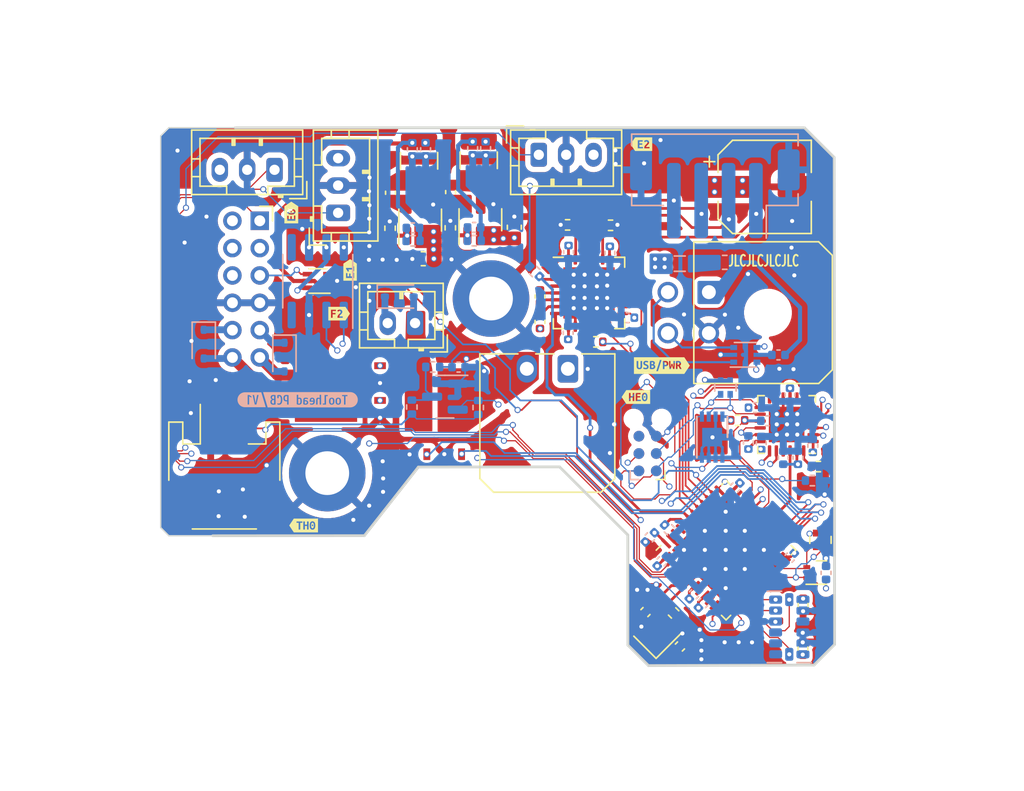
<source format=kicad_pcb>
(kicad_pcb (version 20221018) (generator pcbnew)
  (layers (0 "F.Cu" signal) (1 "In1.Cu" signal) (2 "In2.Cu" signal) (3 "In3.Cu" signal) (4 "In4.Cu" signal) (31 "B.Cu" signal) (34 "B.Paste" user) (35 "F.Paste" user) (36 "B.SilkS" user "B.Silkscreen") (37 "F.SilkS" user "F.Silkscreen") (38 "B.Mask" user) (39 "F.Mask" user) (44 "Edge.Cuts" user))
  (net 0 "")
  (net 1 "GND")
  (net 2 "+3V3")
  (net 3 "Net-(U1-PF0)")
  (net 4 "Net-(C7-Pad2)")
  (net 5 "~{USB_RST}")
  (net 6 "+24V")
  (net 7 "Net-(U3-BST)")
  (net 8 "Net-(U3-SW)")
  (net 9 "Net-(U5-BST)")
  (net 10 "Net-(U5-SW)")
  (net 11 "Net-(U3-FB)")
  (net 12 "Net-(U5-FB)")
  (net 13 "+5V")
  (net 14 "~{RST}")
  (net 15 "TH0")
  (net 16 "Net-(U13-VBUS)")
  (net 17 "VBUS")
  (net 18 "Net-(U2-PLLFILT)")
  (net 19 "Net-(U2-VBUS_DET)")
  (net 20 "Net-(U2-RBIAS)")
  (net 21 "Net-(U2-SUSP_IND{slash}LOCAL_PWR)")
  (net 22 "Net-(U7-CPI)")
  (net 23 "Net-(U7-CPO)")
  (net 24 "Net-(U7-VCP)")
  (net 25 "Net-(U7-5VOUT)")
  (net 26 "FAN0")
  (net 27 "FAN1")
  (net 28 "FAN2")
  (net 29 "Net-(D4-COM)")
  (net 30 "HE0")
  (net 31 "Camera_VBUS")
  (net 32 "Camera_USB-")
  (net 33 "Camera_USB+")
  (net 34 "I2C1_SDA")
  (net 35 "I2C1_SCL")
  (net 36 "24Mhz CLK")
  (net 41 "Net-(U2-PRTPWR2)")
  (net 42 "Net-(U2-~{OCS2})")
  (net 50 "Net-(U1-PF1)")
  (net 51 "FAN0_PWM")
  (net 52 "FAN1_PWM")
  (net 53 "/MCU/SPI1_SCK")
  (net 54 "/MCU/SPI1_MISO")
  (net 55 "/MCU/SPI1_MOSI")
  (net 56 "ENDSTOP0")
  (net 57 "ENDSTOP1")
  (net 58 "HE0_PWM")
  (net 59 "STEPPER0_STEP")
  (net 60 "STEPPER0_UART")
  (net 61 "STEPPER0_DIAG")
  (net 62 "/MCU/SPI1_ADXL_CS")
  (net 63 "ENDSTOP2")
  (net 64 "STM_USB-")
  (net 65 "STM_USB+")
  (net 66 "STM_SWDIO")
  (net 67 "STM_SWCLK")
  (net 68 "/MCU/RGB_3V3")
  (net 69 "FAN2_PWM")
  (net 70 "Net-(U1-BOOT0)")
  (net 71 "STEPPER0_DIR")
  (net 72 "STEPPER0_EN")
  (net 77 "RGB_5V")
  (net 78 "/USB/USB_SDA")
  (net 79 "/USB/USB_SCL")
  (net 80 "STEPPER_A2")
  (net 81 "STEPPER_A1")
  (net 82 "STEPPER_B1")
  (net 83 "STEPPER_B2")
  (net 84 "Net-(J12-Pin_2)")
  (net 85 "Net-(U7-DIAG)")
  (net 89 "Net-(U7-BRA)")
  (net 90 "Net-(U7-BRB)")
  (net 91 "/USB/CONN_USB+")
  (net 92 "/USB/CONN_USB-")
  (net 93 "/USB/UP_USB+")
  (net 94 "/USB/UP_USB-")
  (net 96 "Net-(F2-Pad2)")
  (net 103 "ENDSTOP3")
  (footprint "Connector_JST:JST_PH_B3B-PH-K_1x03_P2.00mm_Vertical" (layer "F.Cu") (at 138.025 87.725001 90)
    (fp_text reference "J8" hide)
    (fp_text value "Endstop1" hide)
  )
  (footprint "Capacitor_SMD:C_0402_1005Metric" (layer "F.Cu") (at 172.025 116.415 -90)
    (fp_text reference "C21" hide)
    (fp_text value "100n" hide)
  )
  (footprint "Capacitor_SMD:CP_Elec_6.3x7.7" (layer "F.Cu") (at 169.214999 85.825)
    (fp_text reference "C45" hide)
    (fp_text value "100u" hide)
  )
  (footprint "Crystal:Crystal_SMD_2016-4Pin_2.0x1.6mm" (layer "F.Cu") (at 161.415711 118.557031 45)
    (fp_text reference "Y1" hide)
    (fp_text value "24MHz" hide)
  )
  (footprint "Capacitor_SMD:C_0603_1608Metric" (layer "F.Cu") (at 150.91 88.775 -90)
    (fp_text reference "C11" hide)
    (fp_text value "10u" hide)
  )
  (footprint "Sensor_Humidity:Sensirion_DFN-4_1.5x1.5mm_P0.8mm_SHT4x_NoCentralPad" (layer "F.Cu") (at 172.995 114.045)
    (fp_text reference "U4" hide)
    (fp_text value "SHT45" hide)
  )
  (footprint "Capacitor_SMD:C_0402_1005Metric" (layer "F.Cu") (at 152.785 95.705 -90)
    (fp_text reference "C48" hide)
    (fp_text value "100n" hide)
  )
  (footprint "Package_TO_SOT_SMD:SOT-563" (layer "F.Cu") (at 136.535876 92.709174 180)
    (fp_text reference "U11" hide)
    (fp_text value "SN74LVC1T45DRL" hide)
  )
  (footprint "Package_DFN_QFN:QFN-24-1EP_4x4mm_P0.5mm_EP2.6x2.6mm" (layer "F.Cu") (at 170.82132 103.210089 180)
    (fp_text reference "U2" hide)
    (fp_text value "USB2422" hide)
  )
  (footprint "kibuzzard-651F3191" (layer "F.Cu") (at 138.1 95.1)
    (fp_text reference "kibuzzard-651F3191" hide)
    (fp_text value "G***" hide)
  )
  (footprint "Resistor_SMD:R_0402_1005Metric" (layer "F.Cu") (at 162.557539 116.998457 135)
    (fp_text reference "R6" hide)
    (fp_text value "0R" hide)
  )
  (footprint "Connector_PinSocket_2.00mm:PinSocket_2x06_P2.00mm_Horizontal" (layer "F.Cu") (at 132.295001 88.305)
    (fp_text reference "J2" hide)
    (fp_text value "Conn_02x06_Odd_Even" hide)
  )
  (footprint "Connector_Molex:Molex_Micro-Fit_3.0_43045-0400_2x02_P3.00mm_Horizontal" (layer "F.Cu") (at 165.135 93.525 -90)
    (fp_text reference "J4" hide)
    (fp_text value "USB_IN" hide)
  )
  (footprint "kibuzzard-651F3142" (layer "F.Cu") (at 161.7 98.9)
    (fp_text reference "kibuzzard-651F3142" hide)
    (fp_text value "G***" hide)
  )
  (footprint "kibuzzard-651F31B1" (layer "F.Cu") (at 135.5 110.6)
    (fp_text reference "kibuzzard-651F31B1" hide)
    (fp_text value "G***" hide)
  )
  (footprint "MountingHole:MountingHole_3.2mm_M3_DIN965_Pad" (layer "F.Cu") (at 149.205 93.995)
    (fp_text reference "H1" hide)
    (fp_text value "MountingHole_Pad" hide)
  )
  (footprint "Connector_JST:JST_PH_B2B-PH-K_1x02_P2.00mm_Vertical" (layer "F.Cu") (at 143.65 95.79 180)
    (fp_text reference "J5" hide)
    (fp_text value "FAN2" hide)
  )
  (footprint "Resistor_SMD:R_Array_Convex_2x0402" (layer "F.Cu") (at 173.295 111.655 90)
    (fp_text reference "RN1" hide)
    (fp_text value "2K2" hide)
  )
  (footprint "Connector_JST:JST_PH_S2B-PH-SM4-TB_1x02-1MP_P2.00mm_Horizontal" (layer "F.Cu") (at 129.705 106.345)
    (fp_text reference "J12" hide)
    (fp_text value "TH0" hide)
  )
  (footprint "Package_TO_SOT_SMD:TSOT-23-6" (layer "F.Cu") (at 144.025 88.255 90)
    (fp_text reference "U3" hide)
    (fp_text value "AP63200WU" hide)
  )
  (footprint "Connector_Molex:Molex_Micro-Fit_3.0_43650-0200_1x02_P3.00mm_Horizontal" (layer "F.Cu") (at 154.825 99.135 180)
    (fp_text reference "J13" hide)
    (fp_text value "HE0" hide)
  )
  (footprint "Connector_JST:JST_PH_B3B-PH-K_1x03_P2.00mm_Vertical" (layer "F.Cu") (at 133.375 84.575 180)
    (fp_text reference "J6" hide)
    (fp_text value "Endstop0" hide)
  )
  (footprint "Resistor_SMD:R_0402_1005Metric" (layer "F.Cu") (at 157.945 88.635)
    (fp_text reference "R18" hide)
    (fp_text value "0R1" hide)
  )
  (footprint "Capacitor_SMD:C_0402_1005Metric" (layer "F.Cu") (at 152.785 93.845 90)
    (fp_text reference "C43" hide)
    (fp_text value "22n" hide)
  )
  (footprint "Resistor_SMD:R_0402_1005Metric" (layer "F.Cu") (at 167.244999 102.905001 180)
    (fp_text reference "R1" hide)
    (fp_text value "100K" hide)
  )
  (footprint "Resistor_SMD:R_0402_1005Metric" (layer "F.Cu") (at 173.144569 106.289493 180)
    (fp_text reference "R9" hide)
    (fp_text value "12K" hide)
  )
  (footprint "Package_TO_SOT_SMD:TSOT-23-6" (layer "F.Cu") (at 148.42825 88.228883 90)
    (fp_text reference "U5" hide)
    (fp_text value "AP63200WU" hide)
  )
  (footprint "kibuzzard-651F3160" (layer "F.Cu") (at 134.6 87.7 90)
    (fp_text reference "kibuzzard-651F3160" hide)
    (fp_text value "G***" hide)
  )
  (footprint "Package_DFN_QFN:QFN-48-1EP_7x7mm_P0.5mm_EP5.6x5.6mm" (layer "F.Cu") (at 166.392107 112.40566 45)
    (fp_text reference "U1" hide)
    (fp_text value "STM32F072CBU7" hide)
  )
  (footprint "Capacitor_SMD:C_0402_1005Metric" (layer "F.Cu") (at 146.25 86.205 90)
    (fp_text reference "C13" hide)
    (fp_text value "100n" hide)
  )
  (footprint "Capacitor_SMD:C_0603_1608Metric" (layer "F.Cu") (at 144.250001 91.08)
    (fp_text reference "C10" hide)
    (fp_text value "10u" hide)
  )
  (footprint "kibuzzard-651F31F1" (layer "F.Cu") (at 160.2 82.7)
    (fp_text reference "kibuzzard-651F31F1" hide)
    (fp_text value "G***" hide)
  )
  (footprint "Resistor_SMD:R_0402_1005Metric" (layer "F.Cu") (at 154.805 88.605 180)
    (fp_text reference "R17" hide)
    (fp_text value "0R1" hide)
  )
  (footprint "Inductor_SMD:L_1210_3225Metric" (layer "F.Cu") (at 148.30759 83.877514 90)
    (fp_text reference "L2" hide)
    (fp_text value "2u2" hide)
  )
  (footprint "Capacitor_SMD:C_0402_1005Metric" (layer "F.Cu") (at 141.855 86.255 90)
    (fp_text reference "C12" hide)
    (fp_text value "100n" hide)
  )
  (footprint "Capacitor_SMD:C_0402_1005Metric" (layer "F.Cu") (at 163.019813 119.454773 -135)
    (fp_text reference "C7" hide)
    (fp_text value "10p" hide)
  )
  (footprint "sh:Infineon_PG-TDSON-8-4" (layer "F.Cu") (at 145.147 102.485)
    (fp_text reference "Q2" hide)
    (fp_text value "IPG20N06S4L-26" hide)
  )
  (footprint "MountingHole:MountingHole_3.2mm_M3_DIN965_Pad" (layer "F.Cu") (at 137.23 106.77)
    (fp_text reference "H2" hide)
    (fp_text value "MountingHole_Pad" hide)
  )
  (footprint "Capacitor_SMD:C_0402_1005Metric" (layer "F.Cu") (at 172.015 119.605 -90)
    (fp_text reference "C20" hide)
    (fp_text value "1u" hide)
  )
  (footprint "sh:Infineon_PG-TDSON-8-4" (layer "F.Cu") (at 138.191 100.815001 90)
    (fp_text reference "Q1" hide)
    (fp_text value "IPG20N06S4L-26" hide)
  )
  (footprint "kibuzzard-651F311C" (layer "F.Cu") (at 159.8 101.2)
    (fp_text reference "kibuzzard-651F311C" hide)
    (fp_text value "G***" hide)
  )
  (footprint "Connector_JST:JST_PH_B3B-PH-K_1x03_P2.00mm_Vertical" (layer "F.Cu") (at 152.7 83.475)
    (fp_text reference "J10" hide)
    (fp_text value "Endstop2" hide)
  )
  (footprint "Resistor_SMD:R_0402_1005Metric" (layer "F.Cu") (at 146.23 88.820001 90)
    (fp_text reference "R5" hide)
    (fp_text value "10K" hide)
  )
  (footprint "Capacitor_SMD:C_0402_1005Metric" (layer "F.Cu") (at 160.497847 116.936289 45)
    (fp_text reference "C6" hide)
    (fp_text value "10p" hide)
  )
  (footprint "sh:Double_Tag-Connect_TC2030-IDC-NL" (layer "F.Cu") (at 160.655 105.335 90)
    (fp_text reference "TC1" hide)
    (fp_text value "TC2030-x2" hide)
  )
  (footprint "Inductor_SMD:L_1210_3225Metric" (layer "F.Cu") (at 143.945 83.915 -90)
    (fp_text reference "L1" hide)
    (fp_text value "2u2" hide)
  )
  (footprint "Resistor_SMD:R_0402_1005Metric" (layer "F.Cu") (at 156.87 97.165)
    (fp_text reference "R20" hide)
    (fp_text value "100R" hide)
  )
  (footprint "kibuzzard-651F318A" (layer "F.Cu") (at 138.9 91.9 90)
    (fp_text reference "kibuzzard-651F318A" hide)
    (fp_text value "G***" hide)
  )
  (footprint "Resistor_SMD:R_0402_1005Metric" (layer "F.Cu") (at 141.825 88.849645 90)
    (fp_text reference "R3" hide)
    (fp_text value "10K" hide)
  )
  (footprint "Package_DFN_QFN:QFN-28-1EP_5x5mm_P0.5mm_EP3.75x3.75mm" (layer "F.Cu") (at 156.370137 93.587116)
    (fp_text reference "U7" hide)
    (fp_text value "TMC2209-LA" hide)
  )
  (footprint "Resistor_SMD:R_0402_1005Metric" (layer "B.Cu") (at 147.98 89.76)
    (fp_text reference "R4" hide)
    (fp_text value "52K5" hide)
  )
  (footprint "Capacitor_SMD:C_0402_1005Metric" (layer "B.Cu") (at 143.45 83.075 90)
    (fp_text reference "C16" hide)
    (fp_text value "22u" hide)
  )
  (footprint "Resistor_SMD:R_Array_Convex_2x0402" (layer "B.Cu") (at 166.344239 100.507132 -90)
    (fp_text reference "RN4" hide)
    (fp_text value "2K2" hide)
  )
  (footprint "Capacitor_SMD:C_0402_1005Metric" (layer "B.Cu") (at 171.646701 105.638122 -90)
    (fp_text reference "C24" hide)
    (fp_text value "1u" hide)
  )
  (footprint "Resistor_SMD:R_0402_1005Metric" (layer "B.Cu") (at 143.415 101.93262 90)
    (fp_text reference "R21" hide)
    (fp_text value "2K37" hide)
  )
  (footprint "Capacitor_SMD:C_0402_1005Metric" (layer "B.Cu") (at 170.22462 98.121066)
    (fp_text reference "C29" hide)
    (fp_text value "100n" hide)
  )
  (footprint "Capacitor_SMD:C_0402_1005Metric" (layer "B.Cu") (at 167.063137 107.826777 45)
    (fp_text reference "C4" hide)
    (fp_text value "100n" hide)
  )
  (footprint "Capacitor_SMD:C_0402_1005Metric" (layer "B.Cu") (at 144.42 83.075 90)
    (fp_text reference "C18" hide)
    (fp_text value "22u" hide)
  )
  (footprint "Capacitor_SMD:C_0402_1005Metric" (layer "B.Cu") (at 146.83238 99.015)
    (fp_text reference "C23" hide)
    (fp_text value "100n" hide)
  )
  (footprint "Capacitor_SMD:C_0402_1005Metric" (layer "B.Cu") (at 171.04142 112.956066 45)
    (fp_text reference "C3" hide)
    (fp_text value "100n" hide)
  )
  (footprint "Capacitor_SMD:C_0402_1005Metric" (layer "B.Cu") (at 168.026701 104.528122 -90)
    (fp_text reference "C41" hide)
    (fp_text value "100n" hide)
  )
  (footprint "Resistor_SMD:R_0402_1005Metric" (layer "B.Cu") (at 152.387868 92.017132 -45)
    (fp_text reference "R19" hide)
    (fp_text value "10K" hide)
  )
  (footprint "Fuse:Fuse_0603_1608Metric" (layer "B.Cu") (at 166.296886 91.346752 180)
    (fp_text reference "F2" hide)
    (fp_text value "24V/5A" hide)
  )
  (footprint "Capacitor_SMD:C_0402_1005Metric" (layer "B.Cu") (at 147.865 82.995 90)
    (fp_text reference "C19" hide)
    (fp_text value "22u" hide)
  )
  (footprint "Capacitor_SMD:C_0402_1005Metric" (layer "B.Cu") (at 169.416699 102.938123 180)
    (fp_text reference "C8" hide)
    (fp_text value "100n" hide)
  )
  (footprint "Capacitor_SMD:C_0402_1005Metric" (layer "B.Cu") (at 154.875 90.595 -90)
    (fp_text reference "C46" hide)
    (fp_text value "100n" hide)
  )
  (footprint "Resistor_SMD:R_0402_1005Metric" (layer "B.Cu") (at 172.705 107.315)
    (fp_text reference "R10" hide)
    (fp_text value "100K" hide)
  )
  (footprint "Capacitor_SMD:C_0402_1005Metric" (layer "B.Cu") (at 168.966701 104.568122 -90)
    (fp_text reference "C25" hide)
    (fp_text value "100n" hide)
  )
  (footprint "Package_SO:SOIC-8_3.9x4.9mm_P1.27mm" (layer "B.Cu") (at 136.535 92.724999 90)
    (fp_text reference "U8" hide)
    (fp_text value "MIC2075-1YM" hide)
  )
  (footprint "Capacitor_SMD:C_0402_1005Metric" (layer "B.Cu") (at 157.895 90.655 -90)
    (fp_text reference "C47" hide)
    (fp_text value "100n" hide)
  )
  (footprint "Capacitor_SMD:C_0402_1005Metric" (layer "B.Cu") (at 154.85 96.5 90)
    (fp_text reference "C49" hide)
    (fp_text value "2u2" hide)
  )
  (footprint "Capacitor_SMD:C_0402_1005Metric" (layer "B.Cu") (at 148.81 82.995 90)
    (fp_text reference "C17" hide)
    (fp_text value "22u" hide)
  )
  (footprint "Capacitor_SMD:C_0402_1005Metric" (layer "B.Cu") (at 173.705 114.065 -90)
    (fp_text reference "C9" hide)
    (fp_text value "100n" hide)
  )
  (footprint "Package_LGA:LGA-14_3x5mm_P0.8mm_LayoutBorder1x6y" (layer "B.Cu") (at 171.015 118.025 180)
    (fp_text reference "U6" hide)
    (fp_text value "ADXL343" hide)
  )
  (footprint "Connector_JST:JST_PH_B4B-PH-SM4-TB_1x04-1MP_P2.00mm_Vertical" (layer "B.Cu") (at 165.575 86.325 180)
    (fp_text reference "J1" hide)
    (fp_text value "Stepper" hide)
  )
  (footprint "Capacitor_SMD:C_0402_1005Metric" (layer "B.Cu") (at 143.496042 88.825001)
    (fp_text reference "C14" hide)
    (fp_text value "100p" hide)
  )
  (footprint "Capacitor_SMD:C_0402_1005Metric" (layer "B.Cu") (at 147.97 88.79)
    (fp_text reference "C15" hide)
    (fp_text value "100p" hide)
  )
  (footprint "Capacitor_SMD:C_0402_1005Metric" (layer "B.Cu") (at 160.820208 111.469168 45)
    (fp_text reference "C2" hide)
    (fp_text value "100n" hide)
  )
  (footprint "Diode_SMD:D_SOD-323" (layer "B.Cu") (at 134.1 98.28 -90)
    (fp_text reference "D1" hide)
    (fp_text value "5819WS" hide)
  )
  (footprint "Resistor_SMD:R_0402_1005Metric" (layer "B.Cu") (at 148.270001 101.967381 -90)
    (fp_text reference "R16" hide)
    (fp_text value "4K7" hide)
  )
  (footprint "Resistor_SMD:R_0402_1005Metric" (layer "B.Cu") (at 144.94238 99.000001)
    (fp_text reference "R22" hide)
    (fp_text value "2K37" hide)
  )
  (footprint "Package_DFN_QFN:DFN-8-1EP_3x2mm_P0.5mm_EP1.36x1.46mm" (layer "B.Cu") (at 165.375 104.135 90)
    (fp_text reference "U15" hide)
    (fp_text value "24LC04" hide)
  )
  (footprint "Capacitor_SMD:C_0402_1005Metric" (layer "B.Cu") (at 168.515 101.979999 180)
    (fp_text reference "C40" hide)
    (fp_text value "100n" hide)
  )
  (footprint "Resistor_SMD:R_0402_1005Metric" (layer "B.Cu") (at 143.505 89.770356)
    (fp_text reference "R2" hide)
    (fp_text value "31K6" hide)
  )
  (footprint "Inductor_SMD:L_0805_2012Metric" (layer "B.Cu") (at 163.006841 91.441507 180)
    (fp_text reference "FB2" hide)
    (fp_text value "FerriteBead" hide)
  )
  (footprint "Package_TO_SOT_SMD:SOT-666" (layer "B.Cu") (at 167.800966 98.111827)
    (fp_text reference "U13" hide)
    (fp_text value "USBLC6-2P6" hide)
  )
  (footprint "Diode_SMD:D_SOD-323" (layer "B.Cu") (at 128.2 97.33 -90)
    (fp_text reference "D2" hide)
    (fp_text value "5819WS" hide)
  )
  (footprint "Package_TO_SOT_SMD:SOT-23" (layer "B.Cu") (at 145.83262 101.175 180)
    (fp_text reference "D4" hide)
    (fp_text value "BAT54S" hide)
  )
  (footprint "Capacitor_SMD:C_0402_1005Metric" (layer "B.Cu") (at 164.71337 116.278015 -135)
    (fp_text reference "C5" hide)
    (fp_text value "100n" hide)
  )
  (footprint "kibuzzard-651F32EB" (layer "B.Cu") (at 131.7 101.4 180)
    (fp_text reference "kibuzzard-651F32EB" hide)
    (fp_text value "G***" hide)
  )
  (footprint "Capacitor_SMD:C_0402_1005Metric" (layer "B.Cu") (at 159.205 95.395)
    (fp_text reference "C44" hide)
    (fp_text value "100n" hide)
  )
  (footprint "Resistor_SMD:R_0402_1005Metric" (layer "B.Cu") (at 162.26 110.92 -45)
    (fp_text reference "R15" hide)
    (fp_text value "10K" hide)
  )
  (footprint "Capacitor_SMD:C_0402_1005Metric" (layer "B.Cu") (at 161.695 113.225001 -135)
    (fp_text reference "C1" hide)
    (fp_text value "1u" hide)
  )
  (footprint "Capacitor_SMD:C_0402_1005Metric" (layer "B.Cu") (at 164.044437 115.626741 -135)
    (fp_text reference "C22" hide)
    (fp_text value "100n" hide)
  )
  (footprint "kibuzzard-651F32E5" (layer "B.Cu") (at 136 101.4 180)
    (fp_text reference "kibuzzard-651F32E5" hide)
    (fp_text value "G***" hide)
  )
  (footprint "Capacitor_SMD:C_0402_1005Metric" (layer "B.Cu") (at 171.0667 101.038122 90)
    (fp_text reference "C27" hide)
    (fp_text value "100n" hide)
  )
  (footprint "Diode_SMD:D_SOD-323" (layer "B.Cu") (at 142.495736 93.847182)
    (fp_text reference "D3" hide)
    (fp_text value "5819WS" hide)
  )
  (footprint "Capacitor_SMD:C_0402_1005Metric" (layer "B.Cu") (at 172.736702 104.768122 -90)
    (fp_text reference "C26" hide)
    (fp_text value "100n" hide)
  )
  (footprint "Capacitor_SMD:C_0402_1005Metric" (layer "B.Cu") (at 170.576701 105.638122 -90)
    (fp_text reference "C28" hide)
    (fp_text value "100n" hide)
  )
  (gr_line (start 125.05 110.75) (end 125.05 82.1) (stroke (width 0.1)) (layer "Edge.Cuts"))
  (gr_line (start 160.718723 120.848783) (end 172.829439 120.810498) (stroke (width 0.2)) (layer "Edge.Cuts"))
  (gr_line (start 159.216303 119.354003) (end 160.718723 120.848783) (stroke (width 0.2)) (layer "Edge.Cuts"))
  (gr_line (start 143.894014 106.321621) (end 154.219131 106.312801) (stroke (width 0.2)) (layer "Edge.Cuts"))
  (gr_line (start 125.05 82.1) (end 125.65 81.5) (stroke (width 0.1)) (layer "Edge.Cuts"))
  (gr_line (start 128.856446 111.350978) (end 125.65 111.35) (stroke (width 0.1)) (layer "Edge.Cuts"))
  (gr_line (start 159.209418 111.29457) (end 159.216303 119.354003) (stroke (width 0.2)) (layer "Edge.Cuts"))
  (gr_line (start 125.65 81.5) (end 130.497138 81.499426) (stroke (width 0.1)) (layer "Edge.Cuts"))
  (gr_line (start 174.329297 119.305532) (end 174.298856 83.669274) (stroke (width 0.2)) (layer "Edge.Cuts"))
  (gr_line (start 154.219131 106.312801) (end 159.209418 111.29457) (stroke (width 0.2)) (layer "Edge.Cuts"))
  (gr_line (start 128.856446 111.350978) (end 139.948644 111.341503) (stroke (width 0.2)) (layer "Edge.Cuts"))
  (gr_line (start 125.65 111.35) (end 125.05 110.75) (stroke (width 0.1)) (layer "Edge.Cuts"))
  (gr_line (start 172.125297 81.499426) (end 130.497138 81.499426) (stroke (width 0.2)) (layer "Edge.Cuts"))
  (gr_line (start 139.948644 111.341503) (end 143.894014 106.321621) (stroke (width 0.2)) (layer "Edge.Cuts"))
  (gr_line (start 172.829439 120.810498) (end 174.329297 119.305532) (stroke (width 0.2)) (layer "Edge.Cuts"))
  (gr_line (start 174.298856 83.669274) (end 172.125297 81.499426) (stroke (width 0.2)) (layer "Edge.Cuts"))
  (gr_text "JLCJLCJLCJLC" (at 166.5 91.7) (layer "F.SilkS") (effects (font (size 0.8 0.5) (thickness 0.125) bold) (justify left bottom)))
  (segment (start 155.25 93.1) (end 155.262884 93.087116) (width 0.2) (layer "F.Cu") (net 1))
  (segment (start 153.907637 93.087116) (end 155.237116 93.087116) (width 0.2) (layer "F.Cu") (net 1))
  (segment (start 155.870137 96.049616) (end 155.870137 94.879863) (width 0.2) (layer "F.Cu") (net 1))
  (segment (start 155.262884 93.087116) (end 155.870137 93.087116) (width 0.2) (layer "F.Cu") (net 1))
  (segment (start 169.05566 112.40566) (end 168.95 112.3) (width 0.2) (layer "F.Cu") (net 1))
  (segment (start 156.05 93.266979) (end 156.370137 93.587116) (width 0.2) (layer "F.Cu") (net 1))
  (segment (start 156.9 93.057253) (end 156.95 93.1) (width 0.2) (layer "F.Cu") (net 1))
  (segment (start 170.57132 102.17132) (end 170.85 102.45) (width 0.2) (layer "F.Cu") (net 1))
  (segment (start 166.392107 110.963893) (end 166.365 110.991) (width 0.2) (layer "F.Cu") (net 1))
  (segment (start 166.392107 113.466321) (end 166.392107 112.40566) (width 0.2) (layer "F.Cu") (net 1))
  (segment (start 166.45 109.75) (end 166.392107 109.807893) (width 0.2) (layer "F.Cu") (net 1))
  (segment (start 156.9 93.1) (end 156.857253 93.1) (width 0.2) (layer "F.Cu") (net 1))
  (segment (start 155.257253 94.7) (end 156.370137 93.587116) (width 0.2) (layer "F.Cu") (net 1))
  (segment (start 168.95 112.3) (end 168.84434 112.40566) (width 0.2) (layer "F.Cu") (net 1))
  (segment (start 163.79434 112.40566) (end 163.8 112.4) (width 0.2) (layer "F.Cu") (net 1))
  (segment (start 170.85 103.238769) (end 170.82132 103.210089) (width 0.2) (layer "F.Cu") (net 1))
  (segment (start 163.210126 112.40566) (end 163.29934 112.40566) (width 0.2) (layer "F.Cu") (net 1))
  (segment (start 154.870137 95.087116) (end 155.25 94.707253) (width 0.2) (layer "F.Cu") (net 1))
  (segment (start 155.370137 96.049616) (end 155.370137 94.587116) (width 0.2) (layer "F.Cu") (net 1))
  (segment (start 153.907637 95.087116) (end 154.870137 95.087116) (width 0.2) (layer "F.Cu") (net 1))
  (segment (start 170.811231 103.2) (end 170.85 103.2) (width 0.2) (layer "F.Cu") (net 1))
  (segment (start 170.57132 101.272589) (end 170.57132 102.17132) (width 0.2) (layer "F.Cu") (net 1))
  (segment (start 166.392107 109.692107) (end 166.365 109.665) (width 0.2) (layer "F.Cu") (net 1))
  (segment (start 166.392107 111.090893) (end 166.365 111.118) (width 0.2) (layer "F.Cu") (net 1))
  (segment (start 168.84434 112.40566) (end 167.77966 112.40566) (width 0.2) (layer "F.Cu") (net 1))
  (segment (start 163.317 112.388) (end 163.33466 112.40566) (width 0.2) (layer "F.Cu") (net 1))
  (segment (start 163.80566 112.40566) (end 164.82334 112.40566) (width 0.2) (layer "F.Cu") (net 1))
  (segment (start 166.392107 111.018107) (end 166.392107 111.090893) (width 0.2) (layer "F.Cu") (net 1))
  (segment (start 157.370137 92.587116) (end 156.9 93.057253) (width 0.2) (layer "F.Cu") (net 1))
  (segment (start 167.381 112.388) (end 167.36334 112.40566) (width 0.2) (layer "F.Cu") (net 1))
  (segment (start 163.33466 112.40566) (end 163.79434 112.40566) (width 0.2) (layer "F.Cu") (net 1))
  (segment (start 156.05 93.907253) (end 156.370137 93.587116) (width 0.2) (layer "F.Cu") (net 1))
  (segment (start 155.370137 94.587116) (end 156.007253 93.95) (width 0.2) (layer "F.Cu") (net 1))
  (segment (start 166.392107 109.621107) (end 166.392107 109.692107) (width 0.2) (layer "F.Cu") (net 1))
  (segment (start 158.832637 93.587116) (end 156.370137 93.587116) (width 0.2) (layer "F.Cu") (net 1))
  (segment (start 173.695 113.645) (end 173.695 113.005) (width 0.127) (layer "F.Cu") (net 1))
  (segment (start 166.365 113.785) (end 166.365 113.493428) (width 0.2) (layer "F.Cu") (net 1))
  (segment (start 160.2 118) (end 160.531828 118.331828) (width 0.2) (layer "F.Cu") (net 1))
  (segment (start 170.57132 102.960089) (end 170.811231 103.2) (width 0.2) (layer "F.Cu") (net 1))
  (segment (start 155.870137 94.087116) (end 156.370137 93.587116) (width 0.2) (layer "F.Cu") (net 1))
  (segment (start 166.38266 112.40566) (end 166.392107 112.40566) (width 0.2) (layer "F.Cu") (net 1))
  (segment (start 137.940826 92.709174) (end 137.95 92.7) (width 0.3) (layer "F.Cu") (net 1))
  (segment (start 156.05 94.7) (end 155.870137 94.520137) (width 0.2) (layer "F.Cu") (net 1))
  (segment (start 167.762 112.388) (end 167.74434 112.40566) (width 0.2) (layer "F.Cu") (net 1))
  (segment (start 164.85866 112.40566) (end 166.34734 112.40566) (width 0.2) (layer "F.Cu") (net 1))
  (segment (start 166.392107 109.566893) (end 166.365 109.594) (width 0.2) (layer "F.Cu") (net 1))
  (segment (start 137.285876 92.709174) (end 137.940826 92.709174) (width 0.3) (layer "F.Cu") (net 1))
  (segment (start 166.34734 112.40566) (end 166.365 112.388) (width 0.2) (layer "F.Cu") (net 1))
  (segment (start 156.95 93.1) (end 156.9 93.1) (width 0.2) (layer "F.Cu") (net 1))
  (segment (start 166.365 112.388) (end 166.38266 112.40566) (width 0.2) (layer "F.Cu") (net 1))
  (segment (start 162.370437 111.565971) (end 163.210126 112.40566) (width 0.2) (layer "F.Cu") (net 1))
  (segment (start 163.359224 118.659224) (end 163.2 118.5) (width 0.2) (layer "F.Cu") (net 1))
  (segment (start 166.392107 112.307893) (end 166.392107 112.40566) (width 0.2) (layer "F.Cu") (net 1))
  (segment (start 160.531828 118.331828) (end 160.531828 118.663097) (width 0.2) (layer "F.Cu") (net 1))
  (segment (start 156.05 93.1) (end 156.05 93.266979) (width 0.2) (layer "F.Cu") (net 1))
  (segment (start 163.150965 118.450965) (end 163.2 118.5) (width 0.2) (layer "F.Cu") (net 1))
  (segment (start 166.365 113.493428) (end 166.392107 113.466321) (width 0.2) (layer "F.Cu") (net 1))
  (segment (start 170.57132 102.72868) (end 170.57132 102.960089) (width 0.2) (layer "F.Cu") (net 1))
  (segment (start 156.857253 93.1) (end 156.370137 93.587116) (width 0.2) (layer "F.Cu") (net 1))
  (segment (start 164.491758 115.36667) (end 166.073428 113.785) (width 0.2) (layer "F.Cu") (net 1))
  (segment (start 155.870137 93.087116) (end 155.883021 93.1) (width 0.2) (layer "F.Cu") (net 1))
  (segment (start 166.392107 109.807893) (end 166.392107 110.963893) (width 0.2) (layer "F.Cu") (net 1))
  (segment (start 166.392107 111.145107) (end 166.392107 112.292107) (width 0.2) (layer "F.Cu") (net 1))
  (segment (start 164.841 112.388) (end 164.85866 112.40566) (width 0.2) (layer "F.Cu") (net 1))
  (segment (start 163.8 112.4) (end 163.80566 112.40566) (width 0.2) (layer "F.Cu") (net 1))
  (segment (start 155.870137 94.879863) (end 156.05 94.7) (width 0.2) (layer "F.Cu") (net 1))
  (segment (start 167.231796 108.38399) (end 166.392107 109.223679) (width 0.2) (layer "F.Cu") (net 1))
  (segment (start 166.073428 113.785) (end 166.365 113.785) (width 0.2) (layer "F.Cu") (net 1))
  (segment (start 160.158436 117.958436) (end 160.158436 117.2757) (width 0.2) (layer "F.Cu") (net 1))
  (segment (start 166.392107 109.223679) (end 166.392107 109.566893) (width 0.2) (layer "F.Cu") (net 1))
  (segment (start 167.74434 112.40566) (end 167.39866 112.40566) (width 0.2) (layer "F.Cu") (net 1))
  (segment (start 166.365 111.118) (end 166.392107 111.145107) (width 0.2) (layer "F.Cu") (net 1))
  (segment (start 155.883021 93.1) (end 156.05 93.1) (width 0.2) (layer "F.Cu") (net 1))
  (segment (start 155.870137 94.520137) (end 155.870137 94.087116) (width 0.2) (layer "F.Cu") (net 1))
  (segment (start 164.82334 112.40566) (end 164.841 112.388) (width 0.2) (layer "F.Cu") (net 1))
  (segment (start 169.574088 112.40566) (end 169.17666 112.40566) (width 0.2) (layer "F.Cu") (net 1))
  (segment (start 170.413777 113.245349) (end 169.574088 112.40566) (width 0.2) (layer "F.Cu") (net 1))
  (segment (start 156.007253 93.95) (end 156.05 93.95) (width 0.2) (layer "F.Cu") (net 1))
  (segment (start 166.365 109.665) (end 166.365 109.721) (width 0.2) (layer "F.Cu") (net 1))
  (segment (start 161.305 104.05) (end 161.29 104.065) (width 0.09) (layer "F.Cu") (net 1))
  (segment (start 166.421 109.721) (end 166.45 109.75) (width 0.2) (layer "F.Cu") (net 1))
  (segment (start 161.8 104.05) (end 161.305 104.05) (width 0.09) (layer "F.Cu") (net 1))
  (segment (start 162.1 103.75) (end 161.8 104.05) (width 0.09) (layer "F.Cu") (net 1))
  (segment (start 169.17666 112.40566) (end 169.159 112.388) (width 0.2) (layer "F.Cu") (net 1))
  (segment (start 163.29934 112.40566) (end 163.317 112.388) (width 0.2) (layer "F.Cu") (net 1))
  (segment (start 155.25 94.707253) (end 155.25 94.7) (width 0.2) (layer "F.Cu") (net 1))
  (segment (start 156.05 93.95) (end 156.05 93.907253) (width 0.2) (layer "F.Cu") (net 1))
  (segment (start 158.832637 92.587116) (end 157.370137 92.587116) (width 0.2) (layer "F.Cu") (net 1))
  (segment (start 173.695 113.005) (end 173.7 113) (width 0.127) (layer "F.Cu") (net 1))
  (segment (start 162.299594 118.450965) (end 163.150965 118.450965) (width 0.2) (layer "F.Cu") (net 1))
  (segment (start 169.159 112.388) (end 169.14134 112.40566) (width 0.2) (layer "F.Cu") (net 1))
  (segment (start 166.392107 112.292107) (end 166.4 112.3) (width 0.2) (layer "F.Cu") (net 1))
  (segment (start 160.2 118) (end 160.158436 117.958436) (width 0.2) (layer "F.Cu") (net 1))
  (segment (start 167.39866 112.40566) (end 167.381 112.388) (width 0.2) (layer "F.Cu") (net 1))
  (segment (start 170.85 102.45) (end 170.57132 102.72868) (width 0.2) (layer "F.Cu") (net 1))
  (segment (start 173.654569 106.289493) (end 173.654569 108.273431) (width 0.5) (layer "F.Cu") (net 1))
  (segment (start 155.237116 93.087116) (end 155.25 93.1) (width 0.2) (layer "F.Cu") (net 1))
  (segment (start 166.365 109.721) (end 166.421 109.721) (width 0.2) (layer "F.Cu") (net 1))
  (segment (start 166.4 112.3) (end 166.392107 112.307893) (width 0.2) (layer "F.Cu") (net 1))
  (segment (start 173.654569 108.273431) (end 173.604 108.324) (width 0.5) (layer "F.Cu") (net 1))
  (segment (start 167.36334 112.40566) (end 166.392107 112.40566) (width 0.2) (layer "F.Cu") (net 1))
  (segment (start 170.85 103.2) (end 170.85 103.238769) (width 0.2) (layer "F.Cu") (net 1))
  (segment (start 144.975 87.1175) (end 145.037499 87.1175) (width 0.3) (layer "F.Cu") (net 1))
  (segment (start 163.359224 119.115362) (end 163.359224 118.659224) (width 0.2) (layer "F.Cu") (net 1))
  (segment (start 166.365 109.594) (end 166.392107 109.621107) (width 0.2) (layer "F.Cu") (net 1))
  (segment (start 167.77966 112.40566) (end 167.762 112.388) (width 0.2) (layer "F.Cu") (net 1))
  (segment (start 169.14134 112.40566) (end 169.05566 112.40566) (width 0.2) (layer "F.Cu") (net 1))
  (segment (start 155.25 94.7) (end 155.257253 94.7) (width 0.2) (layer "F.Cu") (net 1))
  (segment (start 166.365 110.991) (end 166.392107 111.018107) (width 0.2) (layer "F.Cu") (net 1))
  (via (at 160.65 115.309) (size 0.45) (drill 0.3) (layers "F.Cu" "B.Cu") (net 1))
  (via (at 171.178175 90.269258) (size 0.45) (drill 0.3) (layers "F.Cu" "B.Cu") (net 1))
  (via (at 149.37825 87.091383) (size 0.45) (drill 0.3) (layers "F.Cu" "B.Cu") (net 1))
  (via (at 140.292768 89.148239) (size 0.45) (drill 0.3) (layers "F.Cu" "B.Cu") (net 1))
  (via (at 170.1 103.2) (size 0.45) (drill 0.3) (layers "F.Cu" "B.Cu") (net 1))
  (via (at 140.302027 88.153187) (size 0.45) (drill 0.3) (layers "F.Cu" "B.Cu") (net 1))
  (via (at 156.27745 99.146832) (size 0.45) (drill 0.3) (layers "F.Cu" "B.Cu") (net 1))
  (via (at 172 119.15) (size 0.45) (drill 0.3) (layers "F.Cu" "B.Cu") (net 1))
  (via (at 142.309715 91.167582) (size 0.45) (drill 0.3) (layers "F.Cu" "B.Cu") (net 1))
  (via (at 173.7 113) (size 0.45) (drill 0.3) (layers "F.Cu" "B.Cu") (net 1))
  (via (at 166.288276 119.146603) (size 0.45) (drill 0.3) (layers "F.Cu" "B.Cu") (net 1))
  (via (at 169.159 112.388) (size 0.45) (drill 0.3) (layers "F.Cu" "B.Cu") (net 1))
  (via (at 139.318358 93.166192) (size 0.45) (drill 0.3) (layers "F.Cu" "B.Cu") (net 1))
  (via (at 143.45 83.6) (size 0.45) (drill 0.3) (layers "F.Cu" "B.Cu") (net 1))
  (via (at 140.309206 94.16427) (size 0.45) (drill 0.3) (layers "F.Cu" "B.Cu") (net 1))
  (via (at 171.223397 88.321153) (size 0.45) (drill 0.3) (layers "F.Cu" "B.Cu") (net 1))
  (via (at 170.85 103.95) (size 0.45) (drill 0.3) (layers "F.Cu" "B.Cu") (net 1))
  (via (at 164.46 118.23) (size 0.45) (drill 0.3) (layers "F.Cu" "B.Cu") (net 1))
  (via (at 135.4 88.9) (size 0.45) (drill 0.3) (layers "F.Cu" "B.Cu") (net 1))
  (via (at 132.8 106.2) (size 0.45) (drill 0.3) (layers "F.Cu" "B.Cu") (net 1))
  (via (at 163.318366 95.159367) (size 0.45) (drill 0.3) (layers "F.Cu" "B.Cu") (net 1))
  (via (at 147.4 98.4) (size 0.45) (drill 0.3) (layers "F.Cu" "B.Cu") (net 1))
  (via (at 167.762 112.388) (size 0.45) (drill 0.3) (layers "F.Cu" "B.Cu") (net 1))
  (via (at 164.841 110.991) (size 0.45) (drill 0.3) (layers "F.Cu" "B.Cu") (net 1))
  (via (at 170.1 103.95) (size 0.45) (drill 0.3) (layers "F.Cu" "B.Cu") (net 1))
  (via (at 148.7 99.3) (size 0.45) (drill 0.3) (layers "F.Cu" "B.Cu") (net 1))
  (via (at 170 117.65) (size 0.45) (drill 0.3) (layers "F.Cu" "B.Cu") (net 1))
  (via (at 155.25 92.25) (size 0.45) (drill 0.3) (layers "F.Cu" "B.Cu") (net 1))
  (via (at 166.308721 95.173926) (size 0.45) (drill 0.3) (layers "F.Cu" "B.Cu") (net 1))
  (via (at 140.284881 86.149187) (size 0.45) (drill 0.3) (layers "F.Cu" "B.Cu") (net 1))
  (via (at 158.297223 83.153031) (size 0.45) (drill 0.3) (layers "F.Cu" "B.Cu") (net 1))
  (via (at 143.45 91.1) (size 0.45) (drill 0.3) (layers "F.Cu" "B.Cu") (net 1))
  (via (at 156.05 93.1) (size 0.45) (drill 0.3) (layers "F.Cu" "B.Cu") (net 1))
  (via (at 158.2 103.2) (size 0.45) (drill 0.3) (layers "F.Cu" "B.Cu") (net 1))
  (via (at 140.278474 91.160178) (size 0.45) (drill 0.3) (layers "F.Cu" "B.Cu") (net 1))
  (via (at 140.296215 109.14855) (size 0.45) (drill 0.3) (layers "F.Cu" "B.Cu") (net 1))
  (via (at 172 118.45) (size 0.45) (drill 0.3) (layers "F.Cu" "B.Cu") (net 1))
  (via (at 141.278038 91.146243) (size 0.45) (drill 0.3) (layers "F.Cu" "B.Cu") (net 1))
  (via (at 155.25 94.7) (size 0.45) (drill 0.3) (layers "F.Cu" "B.Cu") (net 1))
  (via (at 167.762 110.991) (size 0.45) (drill 0.3) (layers "F.Cu" "B.Cu") (net 1))
  (via (at 163.317 112.388) (size 0.45) (drill 0.3) (layers "F.Cu" "B.Cu") (net 1))
  (via (at 164.841 113.785) (size 0.45) (drill 0.3) (layers "F.Cu" "B.Cu") (net 1))
  (via (at 167.762 113.785) (size 0.45) (drill 0.3) (layers "F.Cu" "B.Cu") (net 1))
  (via (at 157.9 105.3) (size 0.45) (drill 0.3) (layers "F.Cu" "B.Cu") (net 1))
  (via (at 163.2 118.5) (size 0.45) (drill 0.3) (layers "F.Cu" "B.Cu") (net 1))
  (via (at 127.255653 102.374714) (size 0.45) (drill 0.3) (layers "F.Cu" "B.Cu") (net 1))
  (via (at 140.308263 90.153235) (size 0.45) (drill 0.3) (layers "F.Cu" "B.Cu") (net 1))
  (via (at 141.283427 105.903286) (size 0.45) (drill 0.3) (layers "F.Cu" "B.Cu") (net 1))
  (via (at 161.6 82.4) (size 0.45) (drill 0.3) (layers "F.Cu" "B.Cu") (net 1))
  (via (at 156.95 92.25) (size 0.45) (drill 0.3) (layers "F.Cu" "B.Cu") (net 1))
  (via (at 166.365 115.182) (size 0.45) (drill 0.3) (layers "F.Cu" "B.Cu") (net 1))
  (via (at 170.289786 99.134075) (size 0.45) (drill 0.3) (layers "F.Cu" "B.Cu") (net 1))
  (via (at 164.841 112.388) (size 0.45) (drill 0.3) (layers "F.Cu" "B.Cu") (net 1))
  (via (at 144.45 83.6) (size 0.45) (drill 0.3) (layers "F.Cu" "B.Cu") (net 1))
  (via (at 167.31608 119.143006) (size 0.45) (drill 0.3) (layers "F.Cu" "B.Cu") (net 1))
  (via (at 162.1 103.75) (size 0.45) (drill 0.3) (layers "F.Cu" "B.Cu") (net 1))
  (via (at 171.38237 92.299102) (size 0.45) (drill 0.3) (layers "F.Cu" "B.Cu") (net 1))
  (via (at 171.6 102.45) (size 0.45) (drill 0.3) (layers "F.Cu" "B.Cu") (net 1))
  (via (at 170.1 102.45) (size 0.45) (drill 0.3) (layers "F.Cu" "B.Cu") (net 1))
  (via (at 139.137275 110.189356) (size 0.45) (drill 0.3) (layers "F.Cu" "B.Cu") (net 1))
  (via (at 141.091 100.180001) (size 0.45) (drill 0.3) (layers "F.Cu" "B.Cu") (net 1))
  (via (at 171.322593 99.1627) (size 0.45) (drill 0.3) (layers "F.Cu" "B.Cu") (net 1))
  (via (at 145.79 105.38) (size 0.45) (drill 0.3) (layers "F.Cu" "B.Cu") (net 1))
  (via (at 143.25 105.4) (size 0.45) (drill 0.3) (layers "F.Cu" "B.Cu") (net 1))
  (via (at 160.2 118) (size 0.45) (drill 0.3) (layers "F.Cu" "B.Cu") (net 1))
  (via (at 157.7 94.7) (size 0.45) (drill 0.3) (layers "F.Cu" "B.Cu") (net 1))
  (via (at 156.95 93.95) (size 0.45) (drill 0.3) (layers "F.Cu" "B.Cu") (net 1))
  (via (at 150.91 88) (size 0.45) (drill 0.3) (layers "F.Cu" "B.Cu") (net 1))
  (via (at 167.285718 96.129908) (size 0.45) (drill 0.3) (layers "F.Cu" "B.Cu") (net 1))
  (via (at 148.82 83.52) (size 0.45) (drill 0.3) (layers "F.Cu" "B.Cu") (net 1))
  (via (at 141.091 102.720001) (size 0.45) (drill 0.3) (layers "F.Cu" "B.Cu") (net 1))
  (via (at 171.6 103.95) (size 0.45) (drill 0.3) (layers "F.Cu" "B.Cu") (net 1))
  (via (at 156.05 93.95) (size 0.45) (drill 0.3) (layers "F.Cu" "B.Cu") (net 1))
  (via (at 170.85 103.2) (size 0.45) (drill 0.3) (layers "F.Cu" "B.Cu") (net 1))
  (via (at 165.4 104.15) (size 0.45) (drill 0.3) (layers "F.Cu" "B.Cu") (net 1))
  (via (at 166.365 109.594) (size 0.45) (drill 0.3) (layers "F.Cu" "B.Cu") (net 1))
  (via (at 127.3 97.1) (size 0.45) (drill 0.3) (layers "F.Cu" "B.Cu") (net 1))
  (via (at 129.075838 99.958085) (size 0.45) (drill 0.3) (layers "F.Cu" "B.Cu") (net 1))
  (via (at 127.163506 100.04971) (size 0.45) (drill 0.3) (layers "F.Cu" "B.Cu") (net 1))
  (via (at 146.23 88.310001) (size 0.45) (drill 0.3) (layers "F.Cu" "B.Cu") (net 1))
  (via (at 126.280108 83.169434) (size 0.45) (drill 0.3) (layers "F.Cu" "B.Cu") (net 1))
  (via (at 171.6 103.2) (size 0.45) (drill 0.3) (layers "F.Cu" "B.Cu") (net 1))
  (via (at 128.4 88) (size 0.45) (drill 0.3) (layers "F.Cu" "B.Cu") (net 1))
  (via (at 141.316907 107.157482) (size 0.45) (drill 0.3) (layers "F.Cu" "B.Cu") (net 1))
  (via (at 156.05 94.7) (size 0.45) (drill 0.3) (layers "F.Cu" "B.Cu") (net 1))
  (via (at 172.025 116.875) (size 0.45) (drill 0.3) (layers "F.Cu" "B.Cu") (net 1))
  (via (at 166 98.1) (size 0.45) (drill 0.3) (layers "F.Cu" "B.Cu") (net 1))
  (via (at 126.8 89.9) (size 0.45) (drill 0.3) (layers "F.Cu" "B.Cu") (net 1))
  (via (at 155.25 93.95) (size 0.45) (drill 0.3) (layers "F.Cu" "B.Cu") (net 1))
  (via (at 154.3 88.6) (size 0.45) (drill 0.3) (layers "F.Cu" "B.Cu") (net 1))
  (via (at 131.196914 109.962162) (size 0.45) (drill 0.3) (layers "F.Cu" "B.Cu") (net 1))
  (via (at 137.95 92.7) (size 0.45) (drill 0.3) (layers "F.Cu" "B.Cu") (net 1))
  (via (at 164.587 119.754) (size 0.45) (drill 0.3) (layers "F.Cu" "B.Cu") (net 1))
  (via (at 144.975 87.1175) (size 0.45) (drill 0.3) (layers "F.Cu" "B.Cu") (net 1))
  (via (at 159.888 115.309) (size 0.45) (drill 0.3) (layers "F.Cu" "B.Cu") (net 1))
  (via (at 160.4 84.1) (size 0.45) (drill 0.3) (layers "F.Cu" "B.Cu") (net 1))
  (via (at 146.316131 91.130484) (size 0.45) (drill 0.3) (layers "F.Cu" "B.Cu") (net 1))
  (via (at 141.309935 108.139527) (size 0.45) (drill 0.3) (layers "F.Cu" "B.Cu") (net 1))
  (via (at 157.7 92.25) (size 0.45) (drill 0.3) (layers "F.Cu" "B.Cu") (net 1))
  (via (at 155.25 93.1) (size 0.45) (drill 0.3) (layers "F.Cu" "B.Cu") (net 1))
  (via (at 140.32035 85.141153) (size 0.45) (drill 0.3) (layers "F.Cu" "B.Cu") (net 1))
  (via (at 147.87 83.52) (size 0.45) (drill 0.3) (layers "F.Cu" "B.Cu") (net 1))
  (via (at 158.315368 84.14598) (size 0.45) (drill 0.3) (layers "F.Cu" "B.Cu") (net 1))
  (via (at 161.285 114.928) (size 0.45) (drill 0.3) (layers "F.Cu" "B.Cu") (net 1))
  (via (at 168.290024 119.151685) (size 0.45) (drill 0.3) (layers "F.Cu" "B.Cu") (net 1))
  (via (at 156.05 92.25) (size 0.45) (drill 0.3) (layers "F.Cu" "B.Cu") (net 1))
  (via (at 157.7 93.95) (size 0.45) (drill 0.3) (layers "F.Cu" "B.Cu") (net 1))
  (via (at 135.9 95.199999) (size 0.45) (drill 0.3) (layers "F.Cu" "B.Cu") (net 1))
  (via (at 156.95 93.1) (size 0.45) (drill 0.3) (layers "F.Cu" "B.Cu") (net 1))
  (via (at 158.45 88.6) (size 0.45) (drill 0.3) (layers "F.Cu" "B.Cu") (net 1))
  (via (at 140.286445 93.14052) (size 0.45) (drill 0.3) (layers "F.Cu" "B.Cu") (net 1))
  (via (at 166.365 112.388) (size 0.45) (drill 0.3) (layers "F.Cu" "B.Cu") (net 1))
  (via (at 129.287299 109.919856) (size 0.45) (drill 0.3) (layers "F.Cu" "B.Cu") (net 1))
  (via (at 160.5 111.8) (size 0.45) (drill 0.3) (layers "F.Cu" "B.Cu") (net 1))
  (via (at 168 92.2) (size 0.45) (drill 0.3) (layers "F.Cu" "B.Cu") (net 1))
  (via (at 166.365 110.991) (size 0.45) (drill 0.3) (layers "F.Cu" "B.Cu") (net 1))
  (via (at 156.95 94.7) (size 0.45) (drill 0.3) (layers "F.Cu" "B.Cu") (net 1))
  (via (at 164.587 118.992) (size 0.45) (drill 0.3) (layers "F.Cu" "B.Cu") (net 1))
  (via (at 141.8 88.35) (size 0.45) (drill 0.3) (layers "F.Cu" "B.Cu") (net 1))
  (via (at 131.061452 107.96234) (size 0.45) (drill 0.3) (layers "F.Cu" "B.Cu") (net 1))
  (via (at 129.303332 108.103289) (size 0.45) (drill 0.3) (layers "F.Cu" "B.Cu") (net 1))
  (via (at 157.7 93.05) (size 0.45) (drill 0.3) (layers "F.Cu" "B.Cu") (net 1))
  (via (at 140.311899 87.170336) (size 0.45) (drill 0.3) (layers "F.Cu" "B.Cu") (net 1))
  (via (at 170.85 102.45) (size 0.45) (drill 0.3) (layers "F.Cu" "B.Cu") (net 1))
  (via (at 166.365 113.785) (size 0.45) (drill 0.3) (layers "F.Cu" "B.Cu") (net 1))
  (via (at 164.587 120.389) (size 0.45) (drill 0.3) (layers "F.Cu" "B.Cu") (net 1))
  (via (at 173.604 108.324) (size 0.45) (drill 0.3) (layers "F.Cu" "B.Cu") (net 1))
  (segment (start 164.625 105.635) (end 164.625 104.925) (width 0.2) (layer "B.Cu") (net 1))
  (segment (start 154.85 95.1) (end 155.25 94.7) (width 0.5) (layer "B.Cu") (net 1))
  (segment (start 166.723726 109.235274) (end 166.365 109.594) (width 0.5) (layer "B.Cu") (net 1))
  (segment (start 154.875 91.075) (end 154.875 91.875) (width 0.5) (layer "B.Cu") (net 1))
  (segment (start 157.895 92.055) (end 157.7 92.25) (width 0.5) (layer "B.Cu") (net 1))
  (segment (start 166.125 105.635) (end 166.125 104.885) (width 0.2) (layer "B.Cu") (net 1))
  (segment (start 171.938122 104.288122) (end 171.6 103.95) (width 0.5) (layer "B.Cu") (net 1))
  (segment (start 166.238 115.309) (end 166.365 115.182) (width 0.5) (layer "B.Cu") (net 1))
  (segment (start 171.646701 103.996701) (end 171.6 103.95) (width 0.5) (layer "B.Cu") (net 1))
  (segment (start 158.395 95.395) (end 157.7 94.7) (width 0.5) (layer "B.Cu") (net 1))
  (segment (start 165.4 104.11) (end 165.4 104.15) (width 0.2) (layer "B.Cu") (net 1))
  (segment (start 165.625 103.885) (end 165.4 104.11) (width 0.2) (layer "B.Cu") (net 1))
  (segment (start 172.736702 104.288122) (end 171.938122 104.288122) (width 0.5) (layer "B.Cu") (net 1))
  (segment (start 166.723726 108.166188) (end 166.723726 109.235274) (width 0.5) (layer "B.Cu") (net 1))
  (segment (start 162.620624 111.280624) (end 162.620624 111.310624) (width 0.5) (layer "B.Cu") (net 1))
  (segment (start 169.896699 102.938123) (end 169.896699 102.996699) (width 0.5) (layer "B.Cu") (net 1))
  (segment (start 169.629999 101.979999) (end 170.1 102.45) (width 0.5) (layer "B.Cu") (net 1))
  (segment (start 158.725 95.395) (end 158.395 95.395) (width 0.5) (layer "B.Cu") (net 1))
  (segment (start 162.034411 112.88559) (end 162.56541 112.88559) (width 0.5) (layer "B.Cu") (net 1))
  (segment (start 164.383848 115.28733) (end 164.383848 115.258152) (width 0.5) (layer "B.Cu") (net 1))
  (segment (start 154.85 96.02) (end 154.85 95.1) (width 0.5) (layer "B.Cu") (net 1))
  (segment (start 170.702009 113.295477) (end 170.066477 113.295477) (width 0.5) (layer "B.Cu") (net 1))
  (segment (start 165.73 115.309) (end 166.238 115.309) (width 0.5) (layer "B.Cu") (net 1))
  (segment (start 166.011827 98.111827) (end 166 98.1) (width 0.3) (layer "B.Cu") (net 1))
  (segment (start 146.23 88.310001) (end 146.167501 88.310001) (width 0.3) (layer "B.Cu") (net 1))
  (segment (start 169.961878 104.088122) (end 170.1 103.95) (width 0.5) (layer "B.Cu") (net 1))
  (segment (start 147.31238 99.015) (end 147.31238 98.48762) (width 0.127) (layer "B.Cu") (net 1))
  (segment (start 161.29 104.065) (end 161.785 104.065) (width 0.09) (layer "B.Cu") (net 1))
  (segment (start 163.317 112.007) (end 163.317 112.388) (width 0.5) (layer "B.Cu") (net 1))
  (segment (start 170.576701 104.223299) (end 170.85 103.95) (width 0.5) (layer "B.Cu") (net 1))
  (segment (start 164.625 104.925) (end 165.4 104.15) (width 0.2) (layer "B.Cu") (net 1))
  (segment (start 160.491421 111.808579) (end 160.5 111.8) (width 0.2) (layer "B.Cu") (net 1))
  (segment (start 165.625 105.635) (end 165.625 104.375) (width 0.2) (layer "B.Cu") (net 1))
  (segment (start 173.604 108.324) (end 173.604 107.704) (width 0.5) (layer "B.Cu") (net 1))
  (segment (start 164.383848 115.258152) (end 165.095 114.547) (width 0.5) (layer "B.Cu") (net 1))
  (segment (start 165.125 105.635) (end 165.125 104.385) (width 0.2) (layer "B.Cu") (net 1))
  (segment (start 166.875966 98.111827) (end 166.011827 98.111827) (width 0.3) (layer "B.Cu") (net 1))
  (segment (start 171.0667 101.518122) (end 171.0667 102.2333) (width 0.5) (layer "B.Cu") (net 1))
  (segment (start 173.604 107.704) (end 173.215 107.315) (width 0.5) (layer "B.Cu") (net 1))
  (segment (start 162.620624 111.310624) (end 163.317 112.007) (width 0.5) (layer "B.Cu") (net 1))
  (segment (start 147.31238 99.015) (end 147.31238 99.68274) (width 0.127) (layer "B.Cu") (net 1))
  (segment (start 165.625 102.635) (end 165.625 103.885) (width 0.2) (layer "B.Cu") (net 1))
  (segment (start 168.966701 104.088122) (end 169.961878 104.088122) (width 0.5) (layer "B.Cu") (net 1))
  (segment (start 165.625 104.375) (end 165.4 104.15) (width 0.2) (layer "B.Cu") (net 1))
  (segment (start 160.480797 111.808579) (end 160.491421 111.808579) (width 0.2) (layer "B.Cu") (net 1))
  (segment (start 165.095 114.547) (end 165.095 114.039) (width 0.5) (layer "B.Cu") (net 1))
  (segment (start 147.31238 98.48762) (end 147.4 98.4) (width 0.127) (layer "B.Cu") (net 1))
  (segment (start 170.066477 113.295477) (end 169.159 112.388) (width 0.5) (layer "B.Cu") (net 1))
  (segment (start 165.36 104.15) (end 165.375 104.135) (width 0.2) (layer "B.Cu") (net 1))
  (segment (start 173.7 113) (end 173.7 113.58) (width 0.127) (layer "B.Cu") (net 1))
  (segment (start 165.4 104.15) (end 165.36 104.15) (width 0.2) (layer "B.Cu") (net 1))
  (segment (start 157.895 91.135) (end 157.895 92.055) (width 0.5) (layer "B.Cu") (net 1))
  (segment (start 165.095 114.039) (end 164.841 113.785) (width 0.5) (layer "B.Cu") (net 1))
  (segment (start 170.576701 105.158122) (end 170.576701 104.223299) (width 0.5) (layer "B.Cu") (net 1))
  (segment (start 171.0667 102.2333) (end 170.85 102.45) (width 0.5) (layer "B.Cu") (net 1))
  (segment (start 163.063 112.388) (end 163.317 112.388) (width 0.5) (layer "B.Cu") (net 1))
  (segment (start 154.875 91.875) (end 155.25 92.25) (width 0.5) (layer "B.Cu") (net 1))
  (segment (start 171.646701 105.158122) (end 171.646701 103.996701) (width 0.5) (layer "B.Cu") (net 1))
  (segment (start 168.995 101.979999) (end 169.629999 101.979999) (width 0.5) (layer "B.Cu") (net 1))
  (segment (start 147.31238 99.68274) (end 146.77012 100.225) (width 0.127) (layer "B.Cu") (net 1))
  (segment (start 165.100396 115.938604) (end 165.73 115.309) (width 0.5) (layer "B.Cu") (net 1))
  (segment (start 162.56541 112.88559) (end 163.063 112.388) (width 0.5) (layer "B.Cu") (net 1))
  (segment (start 166.125 104.885) (end 165.375 104.135) (width 0.2) (layer "B.Cu") (net 1))
  (segment (start 165.052781 115.938604) (end 165.100396 115.938604) (width 0.5) (layer "B.Cu") (net 1))
  (segment (start 169.896699 102.996699) (end 170.1 103.2) (width 0.5) (layer "B.Cu") (net 1))
  (segment (start 161.785 104.065) (end 162.1 103.75) (width 0.09) (layer "B.Cu") (net 1))
  (segment (start 165.125 104.385) (end 165.375 104.135) (width 0.2) (layer "B.Cu") (net 1))
  (segment (start 173.7 113.58) (end 173.705 113.585) (width 0.127) (layer "B.Cu") (net 1))
  (segment (start 162.016884 112.891796) (end 162.016884 112.903117) (width 0.2) (layer "F.Cu") (net 2))
  (segment (start 168.539911 104.460089) (end 168.026701 104.973299) (width 0.2) (layer "F.Cu") (net 2))
  (segment (start 143.4 82.65) (end 143.45 82.6) (width 0.3) (layer "F.Cu") (net 2))
  (segment (start 161.29 106.605) (end 161.29 106.405) (width 0.09) (layer "F.Cu") (net 2))
  (segment (start 162.016884 112.903117) (end 161.355589 113.564412) (width 0.2) (layer "F.Cu") (net 2))
  (segment (start 172.75882 105.226004) (end 172.736702 105.248122) (width 0.2) (layer "F.Cu") (net 2))
  (segment (start 136.785876 93.209174) (end 136.285876 92.709174) (width 0.3) (layer "F.Cu") (net 2))
  (segment (start 159.712347 107.7) (end 159.5 107.7) (width 0.09) (layer "F.Cu") (net 2))
  (segment (start 164.845311 115.720223) (end 164.373959 116.191575) (width 0.2) (layer "F.Cu") (net 2))
  (segment (start 137.285876 93.209174) (end 136.785876 93.209174) (width 0.3) (layer "F.Cu") (net 2))
  (segment (start 171.10569 112.891796) (end 171.380831 112.616655) (width 0.2) (layer "F.Cu") (net 2))
  (segment (start 136.285876 92.709174) (end 135.785876 92.709174) (width 0.3) (layer "F.Cu") (net 2))
  (segment (start 172.75882 104.460089) (end 172.75882 105.226004) (width 0.2) (layer "F.Cu") (net 2))
  (segment (start 162.645 102.145) (end 162.1 101.6) (width 0.09) (layer "F.Cu") (net 2))
  (segment (start 170.76733 112.891796) (end 171.10569 112.891796) (width 0.2) (layer "F.Cu") (net 2))
  (segment (start 173.695 114.445) (end 173.695 115.195) (width 0.127) (layer "F.Cu") (net 2))
  (segment (start 160.845 107.05) (end 160.362347 107.05) (width 0.09) (layer "F.Cu") (net 2))
  (segment (start 172.5 111.2) (end 172.545 111.155) (width 0.127) (layer "F.Cu") (net 2))
  (segment (start 166.878243 108.011671) (end 167.402548 107.487366) (width 0.2) (layer "F.Cu") (net 2))
  (segment (start 166.878243 108.030437) (end 166.878243 108.011671) (width 0.2) (layer "F.Cu") (net 2))
  (segment (start 133.7 87.7) (end 135.7 85.7) (width 0.3) (layer "F.Cu") (net 2))
  (segment (start 162.016884 111.916884) (end 161.229757 111.129757) (width 0.2) (layer "F.Cu") (net 2))
  (segment (start 171.07132 101.272589) (end 171.07132 100.562742) (width 0.2) (layer "F.Cu") (net 2))
  (segment (start 133.7 91.65) (end 133.7 87.7) (width 0.3) (layer "F.Cu") (net 2))
  (segment (start 164.373959 116.191575) (end 164.373959 116.617426) (width 0.2) (layer "F.Cu") (net 2))
  (segment (start 137.25 82.65) (end 143.4 82.65) (width 0.3) (layer "F.Cu") (net 2))
  (segment (start 161.29 106.605) (end 160.845 107.05) (width 0.09) (layer "F.Cu") (net 2))
  (segment (start 160.362347 107.05) (end 159.712347 107.7) (width 0.09) (layer "F.Cu") (net 2))
  (segment (start 161.229757 111.129757) (end 161.159619 111.129757) (width 0.2) (layer "F.Cu") (net 2))
  (segment (start 162.645 105.334326) (end 162.645 102.145) (width 0.09) (layer "F.Cu") (net 2))
  (segment (start 135.7 85.7) (end 135.7 84.2) (width 0.3) (layer "F.Cu") (net 2))
  (segment (start 168.88382 104.460089) (end 168.539911 104.460089) (width 0.2) (layer "F.Cu") (net 2))
  (segment (start 172.545 111.155) (end 172.945 111.155) (width 0.127) (layer "F.Cu") (net 2))
  (segment (start 173.645 111.155) (end 172.945 111.155) (width 0.127) (layer "F.Cu") (net 2))
  (segment (start 171.07132 100.562742) (end 171.0667 100.558122) (width 0.2) (layer "F.Cu") (net 2))
  (segment (start 159.377116 95.087116) (end 159.685 95.395) (width 0.127) (layer "F.Cu") (net 2))
  (segment (start 173.695 115.195) (end 173.7 115.2) (width 0.127) (layer "F.Cu") (net 2))
  (segment (start 168.026701 104.973299) (end 168.026701 105.008122) (width 0.2) (layer "F.Cu") (net 2))
  (segment (start 135.7 84.2) (end 137.25 82.65) (width 0.3) (layer "F.Cu") (net 2))
  (segment (start 162.1 101.6) (end 160.6 100.1) (width 0.09) (layer "F.Cu") (net 2))
  (segment (start 135.785876 92.709174) (end 134.759174 92.709174) (width 0.3) (layer "F.Cu") (net 2))
  (segment (start 134.759174 92.709174) (end 133.7 91.65) (width 0.3) (layer "F.Cu") (net 2))
  (segment (start 162.016884 111.919524) (end 162.016884 111.916884) (width 0.2) (layer "F.Cu") (net 2))
  (segment (start 158.832637 95.087116) (end 159.377116 95.087116) (width 0.127) (layer "F.Cu") (net 2))
  (via (at 166.734999 102.905001) (size 0.45) (drill 0.3) (layers "F.Cu" "B.Cu") (net 2))
  (via (at 160.6 100.1) (size 0.45) (drill 0.3) (layers "F.Cu" "B.Cu") (net 2))
  (via (at 172.025 115.95) (size 0.45) (drill 0.3) (layers "F.Cu" "B.Cu") (net 2))
  (via (at 172.5 111.2) (size 0.45) (drill 0.3) (layers "F.Cu" "B.Cu") (net 2))
  (via (at 168.035 101.979999) (size 0.45) (drill 0.3) (layers "F.Cu" "B.Cu") (net 2))
  (via (at 167.402548 107.487366) (size 0.45) (drill 0.3) (layers "F.Cu" "B.Cu") (net 2))
  (via (at 171.0667 100.558122) (size 0.45) (drill 0.3) (layers "F.Cu" "B.Cu") (net 2))
  (via (at 144.4 82.6) (size 0.45) (drill 0.3) (layers "F.Cu" "B.Cu") (net 2))
  (via (at 159.685 95.395) (size 0.45) (drill 0.3) (layers "F.Cu" "B.Cu") (net 2))
  (via (at 164.85 99.95) (size 0.45) (drill 0.3) (layers "F.Cu" "B.Cu") (net 2))
  (via (at 152.05 85.75) (size 0.45) (drill 0.3) (layers "F.Cu" "B.Cu") (net 2))
  (via (at 161.355589 113.564412) (size 0.45) (drill 0.3) (layers "F.Cu" "B.Cu") (net 2))
  (via (at 173.7 115.2) (size 0.45) (drill 0.3) (layers "F.Cu" "B.Cu") (net 2))
  (via (at 168.026701 105.008122) (size 0.45) (drill 0.3) (layers "F.Cu" "B.Cu") (net 2))
  (via (at 159.5 107.7) (size 0.45) (drill 0.3) (layers "F.Cu" "B.Cu") (net 2))
  (via (at 171.380831 112.616655) (size 0.45) (drill 0.3) (layers "F.Cu" "B.Cu") (net 2))
  (via (at 143.45 82.6) (size 0.45) (drill 0.3) (layers "F.Cu" "B.Cu") (net 2))
  (via (at 168.926701 105.008122) (size 0.45) (drill 0.3) (layers "F.Cu" "B.Cu") (net 2))
  (via (at 149.75 101.75) (size 0.45) (drill 0.3) (layers "F.Cu" "B.Cu") (net 2))
  (via (at 172 120.05) (size 0.45) (drill 0.3) (layers "F.Cu" "B.Cu") (net 2))
  (via (at 164.373959 116.617426) (size 0.45) (drill 0.3) (layers "F.Cu" "B.Cu") (net 2))
  (via (at 172.736702 105.248122) (size 0.45) (drill 0.3) (layers "F.Cu" "B.Cu") (net 2))
  (via (at 161.159619 111.129757) (size 0.45) (drill 0.3) (layers "F.Cu" "B.Cu") (net 2))
  (segment (start 144.015 89.770356) (end 144.015 88.863959) (width 0.3) (layer "B.Cu") (net 2))
  (segment (start 159.3 107.5) (end 159.3 106.729326) (width 0.09) (layer "B.Cu") (net 2))
  (segment (start 142.4 82.95) (end 142.75 82.6) (width 0.3) (layer "B.Cu") (net 2))
  (segment (start 164.907132 100.007132) (end 164.85 99.95) (width 0.3) (layer "B.Cu") (net 2))
  (segment (start 147.437739 101.457381) (end 149.457381 101.457381) (width 0.09) (layer "B.Cu") (net 2))
  (segment (start 144.015 88.863959) (end 143.976042 88.825001) (width 0.3) (layer "B.Cu") (net 2))
  (segment (start 143.976042 88.825001) (end 142.4 87.248959) (width 0.3) (layer "B.Cu") (net 2))
  (segment (start 146.77012 102.125) (end 147.437739 101.457381) (width 0.09) (layer "B.Cu") (net 2))
  (segment (start 152.05 85.75) (end 152.027244 85.772756) (width 0.127) (layer "B.Cu") (net 2))
  (segment (start 166.125 102.635) (end 166.464998 102.635) (width 0.2) (layer "B.Cu") (net 2))
  (segment (start 173.7 115.2) (end 173.7 114.55) (width 0.127) (layer "B.Cu") (net 2))
  (segment (start 173.7 114.55) (end 173.705 114.545) (width 0.127) (layer "B.Cu") (net 2))
  (segment (start 159.5 107.7) (end 159.3 107.5) (width 0.09) (layer "B.Cu") (net 2))
  (segment (start 159.3 106.729326) (end 159.175674 106.605) (width 0.09) (layer "B.Cu") (net 2))
  (segment (start 166.694239 100.007132) (end 165.994239 100.007132) (width 0.3) (layer "B.Cu") (net 2))
  (segment (start 142.75 82.6) (end 143.45 82.6) (width 0.3) (layer "B.Cu") (net 2))
  (segment (start 160.02 106.605) (end 159.175674 106.605) (width 0.09) (layer "B.Cu") (net 2))
  (segment (start 159.175674 106.605) (end 158.7 106.129326) (width 0.09) (layer "B.Cu") (net 2))
  (segment (start 158.7 106.129326) (end 158.7 102) (width 0.09) (layer "B.Cu") (net 2))
  (segment (start 142.4 87.248959) (end 142.4 82.95) (width 0.3) (layer "B.Cu") (net 2))
  (segment (start 166.464998 102.635) (end 166.734999 102.905001) (width 0.2) (layer "B.Cu") (net 2))
  (segment (start 168.966701 105.048122) (end 168.926701 105.008122) (width 0.2) (layer "B.Cu") (net 2))
  (segment (start 165.994239 100.007132) (end 164.907132 100.007132) (width 0.3) (layer "B.Cu") (net 2))
  (segment (start 149.457381 101.457381) (end 149.75 101.75) (width 0.09) (layer "B.Cu") (net 2))
  (segment (start 158.7 102) (end 160.6 100.1) (width 0.09) (layer "B.Cu") (net 2))
  (segment (start 152.027244 85.772756) (end 152.027244 91.656508) (width 0.127) (layer "B.Cu") (net 2))
  (segment (start 162.737106 115) (end 162.4 115) (width 0.2) (layer "F.Cu") (net 3))
  (segment (start 163.431097 114.306009) (end 162.737106 115) (width 0.2) (layer "F.Cu") (net 3))
  (segment (start 162.4 115) (end 160.837258 116.562742) (width 0.2) (layer "F.Cu") (net 3))
  (segment (start 160.837258 116.562742) (end 160.837258 116.596878) (width 0.2) (layer "F.Cu") (net 3))
  (segment (start 160.837258 116.596878) (end 160.837258 116.988629) (width 0.2) (layer "F.Cu") (net 3))
  (segment (start 160.837258 116.988629) (end 161.521777 117.673148) (width 0.2) (layer "F.Cu") (net 3))
  (segment (start 162.574586 119.9) (end 162.680402 119.794184) (width 0.2) (layer "F.Cu") (net 4))
  (segment (start 164 119.4) (end 164 118.440918) (width 0.2) (layer "F.Cu") (net 4))
  (segment (start 164 118.440918) (end 162.918163 117.359081) (width 0.2) (layer "F.Cu") (net 4))
  (segment (start 163.605816 119.794184) (end 164 119.4) (width 0.2) (layer "F.Cu") (net 4))
  (segment (start 162.680402 119.794184) (end 163.605816 119.794184) (width 0.2) (layer "F.Cu") (net 4))
  (segment (start 161.768731 119.9) (end 162.574586 119.9) (width 0.2) (layer "F.Cu") (net 4))
  (segment (start 161.309645 119.440914) (end 161.768731 119.9) (width 0.2) (layer "F.Cu") (net 4))
  (segment (start 169.513553 107.925246) (end 166.955 105.366693) (width 0.09) (layer "F.Cu") (net 5))
  (segment (start 169.5 108.9) (end 169.513553 108.886447) (width 0.09) (layer "F.Cu") (net 5))
  (segment (start 166.955 103.705) (end 167.754999 102.905001) (width 0.09) (layer "F.Cu") (net 5))
  (segment (start 166.955 105.366693) (end 166.955 103.705) (width 0.09) (layer "F.Cu") (net 5))
  (segment (start 169.513553 108.886447) (end 169.513553 107.925246) (width 0.09) (layer "F.Cu") (net 5))
  (segment (start 167.810087 102.960089) (end 167.754999 102.905001) (width 0.2) (layer "F.Cu") (net 5))
  (segment (start 168.64601 109.798204) (end 169.5 108.944214) (width 0.09) (layer "F.Cu") (net 5))
  (segment (start 168.88382 102.960089) (end 167.810087 102.960089) (width 0.2) (layer "F.Cu") (net 5))
  (segment (start 169.5 108.944214) (end 169.5 108.9) (width 0.09) (layer "F.Cu") (net 5))
  (via (at 167.754999 102.905001) (size 0.45) (drill 0.3) (layers "F.Cu" "B.Cu") (net 5))
  (segment (start 167.788121 102.938123) (end 167.754999 102.905001) (width 0.2) (layer "B.Cu") (net 5))
  (segment (start 168.936699 102.938123) (end 167.788121 102.938123) (width 0.2) (layer "B.Cu") (net 5))
  (segment (start 154.870137 90.119863) (end 154.875 90.115) (width 0.2) (layer "F.Cu") (net 6))
  (segment (start 152.785 96.185) (end 152.8 96.2) (width 0.3) (layer "F.Cu") (net 6))
  (segment (start 157.870137 91.124616) (end 157.870137 90.199863) (width 0.2) (layer "F.Cu") (net 6))
  (segment (start 157.870137 90.199863) (end 157.895 90.175) (width 0.2) (layer "F.Cu") (net 6))
  (segment (start 154.870137 91.124616) (end 154.870137 90.119863) (width 0.2) (layer "F.Cu") (net 6))
  (via (at 165.55 86.2) (size 0.45) (drill 0.3) (layers "F.Cu" "B.Cu") (net 6))
  (via (at 149.4 89.7) (size 0.45) (drill 0.3) (layers "F.Cu" "B.Cu") (net 6))
  (via (at 145 89.1) (size 0.45) (drill 0.3) (layers "F.Cu" "B.Cu") (net 6))
  (via (at 150.91 89.55) (size 0.45) (drill 0.3) (layers "F.Cu" "B.Cu") (net 6))
  (via (at 145 90.4) (size 0.45) (drill 0.3) (layers "F.Cu" "B.Cu") (net 6))
  (via (at 145 89.8) (size 0.45) (drill 0.3) (layers "F.Cu" "B.Cu") (net 6))
  (via (at 161.2 91.7) (size 0.45) (drill 0.3) (layers "F.Cu" "B.Cu") (net 6))
  (via (at 152.8 96.2) (size 0.45) (drill 0.3) (layers "F.Cu" "B.Cu") (net 6))
  (via (at 157.895 90.175) (size 0.45) (drill 0.3) (layers "F.Cu" "B.Cu") (net 6))
  (via (at 154.875 90.115) (size 0.45) (drill 0.3) (layers "F.Cu" "B.Cu") (net 6))
  (via (at 149.4 89) (size 0.45) (drill 0.3) (layers "F.Cu" "B.Cu") (net 6))
  (via (at 161.9 91.7) (size 0.45) (drill 0.3) (layers "F.Cu" "B.Cu") (net 6))
  (via (at 167.6 86.2) (size 0.45) (drill 0.3) (layers "F.Cu" "B.Cu") (net 6))
  (via (at 161.9 91.1) (size 0.45) (drill 0.3) (layers "F.Cu" "B.Cu") (net 6))
  (via (at 167.6 85.35) (size 0.45) (drill 0.3) (layers "F.Cu" "B.Cu") (net 6))
  (via (at 161.2 91.1) (size 0.45) (drill 0.3) (layers "F.Cu" "B.Cu") (net 6))
  (via (at 165.55 85.35) (size 0.45) (drill 0.3) (layers "F.Cu" "B.Cu") (net 6))
  (via (at 150.1 89.6) (size 0.45) (drill 0.3) (layers "F.Cu" "B.Cu") (net 6))
  (via (at 145.025001 91.08) (size 0.45) (drill 0.3) (layers "F.Cu" "B.Cu") (net 6))
  (segment (start 141.445736 95.585736) (end 141.65 95.79) (width 0.5) (layer "B.Cu") (net 6))
  (segment (start 130.270001 96.28) (end 130.295001 96.305) (width 0.5) (layer "B.Cu") (net 6))
  (segment (start 133.220001 97.23) (end 132.295001 96.305) (width 0.5) (layer "B.Cu") (net 6))
  (segment (start 128.2 96.28) (end 130.270001 96.28) (width 0.5) (layer "B.Cu") (net 6))
  (segment (start 134.1 97.23) (end 133.220001 97.23) (width 0.5) (layer "B.Cu") (net 6))
  (segment (start 141.445736 93.847182) (end 141.445736 95.585736) (width 0.5) (layer "B.Cu") (net 6))
  (segment (start 143.075 89.3925) (end 141.857855 89.3925) (width 0.3) (layer "F.Cu") (net 11))
  (segment (start 141.857855 89.3925) (end 141.825 89.359645) (width 0.3) (layer "F.Cu") (net 11))
  (via (at 143.075 89.3925) (size 0.45) (drill 0.3) (layers "F.Cu" "B.Cu") (net 11))
  (segment (start 143.075 88.883959) (end 143.016042 88.825001) (width 0.3) (layer "B.Cu") (net 11))
  (segment (start 142.995 89.770356) (end 142.995 89.4725) (width 0.3) (layer "B.Cu") (net 11))
  (segment (start 142.995 89.4725) (end 143.075 89.3925) (width 0.3) (layer "B.Cu") (net 11))
  (segment (start 143.075 89.3925) (end 143.075 88.883959) (width 0.3) (layer "B.Cu") (net 11))
  (segment (start 146.266382 89.366383) (end 146.23 89.330001) (width 0.3) (layer "F.Cu") (net 12))
  (segment (start 147.47825 89.366383) (end 146.266382 89.366383) (width 0.3) (layer "F.Cu") (net 12))
  (via (at 147.47825 89.366383) (size 0.45) (drill 0.3) (layers "F.Cu" "B.Cu") (net 12))
  (segment (start 147.49 89.354633) (end 147.47825 89.366383) (width 0.3) (layer "B.Cu") (net 12))
  (segment (start 147.47825 89.366383) (end 147.47825 89.75175) (width 0.3) (layer "B.Cu") (net 12))
  (segment (start 147.49 88.79) (end 147.49 89.354633) (width 0.3) (layer "B.Cu") (net 12))
  (segment (start 147.47825 89.75175) (end 147.47 89.76) (width 0.3) (layer "B.Cu") (net 12))
  (segment (start 135.240826 93.209174) (end 135.05 93.4) (width 0.3) (layer "F.Cu") (net 13))
  (segment (start 135.785876 93.209174) (end 135.240826 93.209174) (width 0.3) (layer "F.Cu") (net 13))
  (via (at 137.17 90.249999) (size 0.45) (drill 0.3) (layers "F.Cu" "B.Cu") (net 13))
  (via (at 148.81 82.515) (size 0.45) (drill 0.3) (layers "F.Cu" "B.Cu") (net 13))
  (via (at 135.05 93.4) (size 0.45) (drill 0.3) (layers "F.Cu" "B.Cu") (net 13))
  (via (at 147.865 82.515) (size 0.45) (drill 0.3) (layers "F.Cu" "B.Cu") (net 13))
  (segment (start 148.45 87.65) (end 146.8 86) (width 0.3) (layer "B.Cu") (net 13))
  (segment (start 146.8 82.8) (end 147.085 82.515) (width 0.3) (layer "B.Cu") (net 13))
  (segment (start 148.49 88.83) (end 148.45 88.79) (width 0.3) (layer "B.Cu") (net 13))
  (segment (start 148.45 88.79) (end 148.45 87.65) (width 0.3) (layer "B.Cu") (net 13))
  (segment (start 147.085 82.515) (end 147.865 82.515) (width 0.3) (layer "B.Cu") (net 13))
  (segment (start 146.8 86) (end 146.8 82.8) (width 0.3) (layer "B.Cu") (net 13))
  (segment (start 148.49 89.76) (end 148.49 88.83) (width 0.3) (layer "B.Cu") (net 13))
  (segment (start 135.05 93.4) (end 137.17 91.28) (width 0.3) (layer "B.Cu") (net 13))
  (segment (start 137.17 91.28) (end 137.17 90.249999) (width 0.3) (layer "B.Cu") (net 13))
  (segment (start 164.138204 115.013116) (end 163.705026 115.446294) (width 0.2) (layer "F.Cu") (net 14))
  (segment (start 161.8187 107.3187) (end 162.25 107.75) (width 0.09) (layer "F.Cu") (net 14))
  (segment (start 163.705026 115.446294) (end 163.705026 115.966152) (width 0.2) (layer "F.Cu") (net 14))
  (segment (start 161.8187 105.8687) (end 161.8187 107.3187) (width 0.09) (layer "F.Cu") (net 14))
  (segment (start 161.75 105.8) (end 161.8187 105.8687) (width 0.09) (layer "F.Cu") (net 14))
  (segment (start 161.75 105.795) (end 161.75 105.8) (width 0.09) (layer "F.Cu") (net 14))
  (segment (start 161.29 105.335) (end 161.75 105.795) (width 0.09) (layer "F.Cu") (net 14))
  (via (at 163.705026 115.966152) (size 0.45) (drill 0.3) (layers "F.Cu" "B.Cu") (net 14))
  (via (at 162.25 107.75) (size 0.45) (drill 0.3) (layers "F.Cu" "B.Cu") (net 14))
  (segment (start 154.2 101.45) (end 155.5 102.75) (width 0.127) (layer "F.Cu") (net 15))
  (segment (start 155.5 105.55) (end 160.15 110.2) (width 0.127) (layer "F.Cu") (net 15))
  (segment (start 155.5 102.75) (end 155.5 105.55) (width 0.127) (layer "F.Cu") (net 15))
  (segment (start 152.15 101.45) (end 154.2 101.45) (width 0.127) (layer "F.Cu") (net 15))
  (segment (start 151.45 102.15) (end 152.15 101.45) (width 0.127) (layer "F.Cu") (net 15))
  (segment (start 151.15 102.15) (end 151.45 102.15) (width 0.127) (layer "F.Cu") (net 15))
  (segment (start 165.4 117.8) (end 165.4 117.286854) (width 0.127) (layer "F.Cu") (net 15))
  (segment (start 165.4 117.286854) (end 165.905971 116.780883) (width 0.127) (layer "F.Cu") (net 15))
  (via (at 160.15 110.2) (size 0.45) (drill 0.3) (layers "F.Cu" "B.Cu") (net 15))
  (via (at 165.4 117.8) (size 0.45) (drill 0.3) (layers "F.Cu" "B.Cu") (net 15))
  (via (at 151.15 102.15) (size 0.45) (drill 0.3) (layers "F.Cu" "B.Cu") (net 15))
  (segment (start 149.5 100.5) (end 149.5 99.1) (width 0.127) (layer "B.Cu") (net 15))
  (segment (start 146.337381 99.000001) (end 146.35238 99.015) (width 0.127) (layer "B.Cu") (net 15))
  (segment (start 145.45238 99.000001) (end 146.337381 99.000001) (width 0.127) (layer "B.Cu") (net 15))
  (segment (start 151.15 102.15) (end 149.5 100.5) (width 0.127) (layer "B.Cu") (net 15))
  (segment (start 149.5 99.1) (end 148.3 97.9) (width 0.127) (layer "B.Cu") (net 15))
  (segment (start 146.35238 98.54762) (end 146.35238 99.015) (width 0.127) (layer "B.Cu") (net 15))
  (segment (start 147 97.9) (end 146.35238 98.54762) (width 0.127) (layer "B.Cu") (net 15))
  (segment (start 148.3 97.9) (end 147 97.9) (width 0.127) (layer "B.Cu") (net 15))
  (segment (start 169.735381 98.111827) (end 169.74462 98.121066) (width 0.3) (layer "B.Cu") (net 16))
  (segment (start 168.725966 98.111827) (end 169.735381 98.111827) (width 0.3) (layer "B.Cu") (net 16))
  (segment (start 168.496752 91.346752) (end 167.084386 91.346752) (width 0.3) (layer "B.Cu") (net 17))
  (segment (start 171.8 97.025686) (end 171.8 94.65) (width 0.3) (layer "B.Cu") (net 17))
  (segment (start 170.70462 98.121066) (end 171.8 97.025686) (width 0.3) (layer "B.Cu") (net 17))
  (segment (start 171.8 94.65) (end 168.496752 91.346752) (width 0.3) (layer "B.Cu") (net 17))
  (segment (start 171.646701 106.118122) (end 171.57132 106.042741) (width 0.2) (layer "F.Cu") (net 18))
  (segment (start 171.57132 106.042741) (end 171.57132 105.147589) (width 0.2) (layer "F.Cu") (net 18))
  (via (at 171.646701 106.118122) (size 0.45) (drill 0.3) (layers "F.Cu" "B.Cu") (net 18))
  (segment (start 170.576701 106.118122) (end 171.646701 106.118122) (width 0.2) (layer "B.Cu") (net 18))
  (segment (start 167.839911 103.460089) (end 168.88382 103.460089) (width 0.09) (layer "F.Cu") (net 19))
  (segment (start 167.5 103.8) (end 167.839911 103.460089) (width 0.09) (layer "F.Cu") (net 19))
  (via (at 167.5 103.8) (size 0.45) (drill 0.3) (layers "F.Cu" "B.Cu") (net 19))
  (segment (start 167.748122 104.048122) (end 167.5 103.8) (width 0.09) (layer "B.Cu") (net 19))
  (segment (start 168.026701 104.048122) (end 167.748122 104.048122) (width 0.09) (layer "B.Cu") (net 19))
  (segment (start 172.07132 105.726244) (end 172.07132 105.147589) (width 0.2) (layer "F.Cu") (net 20))
  (segment (start 172.634569 106.289493) (end 172.07132 105.726244) (width 0.2) (layer "F.Cu") (net 20))
  (segment (start 168.88382 103.960089) (end 168.439911 103.960089) (width 0.09) (layer "F.Cu") (net 21))
  (segment (start 168 104.4) (end 167.5 104.4) (width 0.09) (layer "F.Cu") (net 21))
  (segment (start 170.5 107.2) (end 169.1 107.2) (width 0.09) (layer "F.Cu") (net 21))
  (segment (start 167.4 105.5) (end 167.4 104.5) (width 0.09) (layer "F.Cu") (net 21))
  (segment (start 168.439911 103.960089) (end 168 104.4) (width 0.09) (layer "F.Cu") (net 21))
  (segment (start 169.1 107.2) (end 167.4 105.5) (width 0.09) (layer "F.Cu") (net 21))
  (segment (start 167.5 104.4) (end 167.4 104.5) (width 0.09) (layer "F.Cu") (net 21))
  (via (at 170.5 107.2) (size 0.45) (drill 0.3) (layers "F.Cu" "B.Cu") (net 21))
  (segment (start 170.615 107.315) (end 172.195 107.315) (width 0.09) (layer "B.Cu") (net 21))
  (segment (start 170.5 107.2) (end 170.615 107.315) (width 0.09) (layer "B.Cu") (net 21))
  (segment (start 153.907637 94.087116) (end 153.022884 94.087116) (width 0.2) (layer "F.Cu") (net 22))
  (segment (start 153.022884 94.087116) (end 152.785 94.325) (width 0.2) (layer "F.Cu") (net 22))
  (segment (start 153.907637 93.587116) (end 153.007116 93.587116) (width 0.2) (layer "F.Cu") (net 23))
  (segment (start 153.007116 93.587116) (end 152.785 93.365) (width 0.2) (layer "F.Cu") (net 23))
  (segment (start 153.907637 94.587116) (end 153.422884 94.587116) (width 0.2) (layer "F.Cu") (net 24))
  (segment (start 153.422884 94.587116) (end 152.785 95.225) (width 0.2) (layer "F.Cu") (net 24))
  (segment (start 154.870137 96.959863) (end 154.85 96.98) (width 0.2) (layer "F.Cu") (net 25))
  (segment (start 154.870137 96.049616) (end 154.870137 96.959863) (width 0.2) (layer "F.Cu") (net 25))
  (via (at 154.85 96.98) (size 0.45) (drill 0.3) (layers "F.Cu" "B.Cu") (net 25))
  (segment (start 137.141 102.035001) (end 134.025002 102.035001) (width 0.8) (layer "F.Cu") (net 26))
  (segment (start 134.025002 102.035001) (end 130.295001 98.305) (width 0.8) (layer "F.Cu") (net 26))
  (segment (start 128.2 98.38) (end 130.220001 98.38) (width 0.5) (layer "B.Cu") (net 26))
  (segment (start 130.220001 98.38) (end 130.295001 98.305) (width 0.5) (layer "B.Cu") (net 26))
  (segment (start 133.590001 99.6) (end 133.8 99.6) (width 0.8) (layer "F.Cu") (net 27))
  (segment (start 133.804999 99.595001) (end 137.141 99.595001) (width 0.8) (layer "F.Cu") (net 27))
  (segment (start 132.295001 98.305) (end 133.590001 99.6) (width 0.8) (layer "F.Cu") (net 27))
  (segment (start 133.8 99.6) (end 133.804999 99.595001) (width 0.8) (layer "F.Cu") (net 27))
  (segment (start 134.1 99.33) (end 133.320001 99.33) (width 0.5) (layer "B.Cu") (net 27))
  (segment (start 133.320001 99.33) (end 132.295001 98.305) (width 0.5) (layer "B.Cu") (net 27))
  (segment (start 143.545736 95.685736) (end 143.65 95.79) (width 0.5) (layer "B.Cu") (net 28))
  (segment (start 143.545736 93.847182) (end 143.545736 95.685736) (width 0.5) (layer "B.Cu") (net 28))
  (segment (start 144.43238 99.000001) (end 144.43238 100.71226) (width 0.127) (layer "B.Cu") (net 29))
  (segment (start 144.89512 101.175) (end 144.6475 101.42262) (width 0.127) (layer "B.Cu") (net 29))
  (segment (start 144.6475 101.42262) (end 143.415 101.42262) (width 0.127) (layer "B.Cu") (net 29))
  (segment (start 144.43238 100.71226) (end 144.89512 101.175) (width 0.127) (layer "B.Cu") (net 29))
  (via (at 135.9 90.249999) (size 0.45) (drill 0.3) (layers "F.Cu" "B.Cu") (net 31))
  (via (at 138.44 90.249999) (size 0.45) (drill 0.3) (layers "F.Cu" "B.Cu") (net 31))
  (segment (start 173.138767 102.960089) (end 172.75882 102.960089) (width 0.1582) (layer "F.Cu") (net 32))
  (segment (start 173.864897 101.866759) (end 173.864897 102.233959) (width 0.1582) (layer "F.Cu") (net 32))
  (segment (start 173.864897 102.233959) (end 173.138767 102.960089) (width 0.1582) (layer "F.Cu") (net 32))
  (via (at 173.864897 101.866759) (size 0.45) (drill 0.3) (layers "F.Cu" "B.Cu") (net 32))
  (segment (start 173.45 101.4) (end 173.35 101.5) (width 0.1582) (layer "F.Cu") (net 33))
  (segment (start 173.35 101.5) (end 173.35 102.237758) (width 0.1582) (layer "F.Cu") (net 33))
  (segment (start 173.35 102.237758) (end 173.127669 102.460089) (width 0.1582) (layer "F.Cu") (net 33))
  (segment (start 173.127669 102.460089) (end 172.75882 102.460089) (width 0.1582) (layer "F.Cu") (net 33))
  (via (at 173.45 101.4) (size 0.45) (drill 0.3) (layers "F.Cu" "B.Cu") (net 33))
  (segment (start 170.213528 113.752208) (end 170.060223 113.598903) (width 0.09) (layer "F.Cu") (net 34))
  (segment (start 172.187792 113.752208) (end 170.213528 113.752208) (width 0.09) (layer "F.Cu") (net 34))
  (segment (start 172.295 112.515) (end 172.295 113.645) (width 0.09) (layer "F.Cu") (net 34))
  (segment (start 172.655 112.155) (end 172.295 112.515) (width 0.09) (layer "F.Cu") (net 34))
  (segment (start 172.945 112.155) (end 172.655 112.155) (width 0.09) (layer "F.Cu") (net 34))
  (segment (start 172.295 113.645) (end 172.187792 113.752208) (width 0.09) (layer "F.Cu") (net 34))
  (segment (start 172.9 112.9) (end 172.8 112.9) (width 0.09) (layer "F.Cu") (net 35))
  (segment (start 172.25 114.4) (end 170.154214 114.4) (width 0.09) (layer "F.Cu") (net 35))
  (segment (start 172.295 114.445) (end 172.25 114.4) (width 0.09) (layer "F.Cu") (net 35))
  (segment (start 170.154214 114.4) (end 169.70667 113.952456) (width 0.09) (layer "F.Cu") (net 35))
  (segment (start 173.645 112.155) (end 172.9 112.9) (width 0.09) (layer "F.Cu") (net 35))
  (via (at 172.8 112.9) (size 0.45) (drill 0.3) (layers "F.Cu" "B.Cu") (net 35))
  (via (at 171.5 114.4) (size 0.45) (drill 0.3) (layers "F.Cu" "B.Cu") (net 35))
  (segment (start 171.5 114.4) (end 171.5 113.8) (width 0.09) (layer "B.Cu") (net 35))
  (segment (start 171.5 113.8) (end 171.9 113.4) (width 0.09) (layer "B.Cu") (net 35))
  (segment (start 172.3 113.4) (end 172.8 112.9) (width 0.09) (layer "B.Cu") (net 35))
  (segment (start 171.9 113.4) (end 172.3 113.4) (width 0.09) (layer "B.Cu") (net 35))
  (segment (start 171.07132 105.147589) (end 171.07132 108.787108) (width 0.2) (layer "F.Cu") (net 36))
  (segment (start 169.353117 110.505311) (end 170.779214 109.079214) (width 0.2) (layer "F.Cu") (net 36))
  (segment (start 171.07132 108.787108) (end 170.779214 109.079214) (width 0.2) (layer "F.Cu") (net 36))
  (segment (start 164.853286 100.796714) (end 165.35 100.3) (width 0.127) (layer "F.Cu") (net 41))
  (segment (start 169.8 100.3) (end 170.07132 100.57132) (width 0.127) (layer "F.Cu") (net 41))
  (segment (start 165.35 100.3) (end 169.8 100.3) (width 0.127) (layer "F.Cu") (net 41))
  (segment (start 164.545913 100.796714) (end 164.853286 100.796714) (width 0.127) (layer "F.Cu") (net 41))
  (segment (start 170.07132 100.57132) (end 170.07132 101.272589) (width 0.127) (layer "F.Cu") (net 41))
  (via (at 164.545913 100.796714) (size 0.45) (drill 0.3) (layers "F.Cu" "B.Cu") (net 41))
  (via (at 138.35 97.3) (size 0.45) (drill 0.3) (layers "F.Cu" "B.Cu") (net 41))
  (segment (start 138.35 97.3) (end 138.44 97.21) (width 0.127) (layer "B.Cu") (net 41))
  (segment (start 138.44 97.21) (end 138.44 95.199999) (width 0.127) (layer "B.Cu") (net 41))
  (segment (start 169.57132 100.77132) (end 169.317 100.517) (width 0.127) (layer "F.Cu") (net 42))
  (segment (start 165.481115 100.517) (end 164.737901 101.260214) (width 0.127) (layer "F.Cu") (net 42))
  (segment (start 164.737901 101.260214) (end 164.160214 101.260214) (width 0.127) (layer "F.Cu") (net 42))
  (segment (start 169.317 100.517) (end 165.481115 100.517) (width 0.127) (layer "F.Cu") (net 42))
  (segment (start 169.57132 101.272589) (end 169.57132 100.77132) (width 0.127) (layer "F.Cu") (net 42))
  (segment (start 164.160214 101.260214) (end 164 101.1) (width 0.127) (layer "F.Cu") (net 42))
  (via (at 137.966592 97.792953) (size 0.45) (drill 0.3) (layers "F.Cu" "B.Cu") (net 42))
  (via (at 164 101.1) (size 0.45) (drill 0.3) (layers "F.Cu" "B.Cu") (net 42))
  (segment (start 137.17 96.996361) (end 137.17 95.199999) (width 0.127) (layer "B.Cu") (net 42))
  (segment (start 137.966592 97.792953) (end 137.17 96.996361) (width 0.127) (layer "B.Cu") (net 42))
  (segment (start 162.196915 116.247299) (end 162.196915 116.637833) (width 0.2) (layer "F.Cu") (net 50))
  (segment (start 163.784651 114.659563) (end 162.196915 116.247299) (width 0.2) (layer "F.Cu") (net 50))
  (segment (start 172.942386 109.057614) (end 173.512024 109.057614) (width 0.127) (layer "F.Cu") (net 51))
  (segment (start 170.087583 111.212417) (end 170.817 110.483) (width 0.127) (layer "F.Cu") (net 51))
  (segment (start 170.060223 111.212417) (end 170.087583 111.212417) (width 0.127) (layer "F.Cu") (net 51))
  (segment (start 170.817 110.483) (end 171.517 110.483) (width 0.127) (layer "F.Cu") (net 51))
  (segment (start 171.517 110.483) (end 172.942386 109.057614) (width 0.127) (layer "F.Cu") (net 51))
  (via (at 162.35 109) (size 0.45) (drill 0.3) (layers "F.Cu" "B.Cu") (net 51))
  (via (at 173.512024 109.057614) (size 0.45) (drill 0.3) (layers "F.Cu" "B.Cu") (net 51))
  (via (at 141.091 101.450001) (size 0.45) (drill 0.3) (layers "F.Cu" "B.Cu") (net 51))
  (segment (start 162.75 108.6) (end 163.686232 108.6) (width 0.127) (layer "B.Cu") (net 51))
  (segment (start 171.733268 109.4195) (end 172.535988 109.4195) (width 0.127) (layer "B.Cu") (net 51))
  (segment (start 163.686232 108.6) (end 165.820232 106.466) (width 0.127) (layer "B.Cu") (net 51))
  (segment (start 168.179768 106.766) (end 169.079768 106.766) (width 0.127) (layer "B.Cu") (net 51))
  (segment (start 169.079768 106.766) (end 171.733268 109.4195) (width 0.127) (layer "B.Cu") (net 51))
  (segment (start 172.535988 109.4195) (end 172.897874 109.057614) (width 0.127) (layer "B.Cu") (net 51))
  (segment (start 162.35 109) (end 162.75 108.6) (width 0.127) (layer "B.Cu") (net 51))
  (segment (start 167.879768 106.466) (end 168.179768 106.766) (width 0.127) (layer "B.Cu") (net 51))
  (segment (start 172.897874 109.057614) (end 173.512024 109.057614) (width 0.127) (layer "B.Cu") (net 51))
  (segment (start 165.820232 106.466) (end 167.879768 106.466) (width 0.127) (layer "B.Cu") (net 51))
  (segment (start 171.2 110.2) (end 172.4 109) (width 0.127) (layer "F.Cu") (net 52))
  (segment (start 171.1 110.2) (end 171.2 110.2) (width 0.127) (layer "F.Cu") (net 52))
  (segment (start 170.365534 110.2) (end 171.1 110.2) (width 0.127) (layer "F.Cu") (net 52))
  (segment (start 169.70667 110.858864) (end 170.365534 110.2) (width 0.127) (layer "F.Cu") (net 52))
  (via (at 161.7 108.8) (size 0.45) (drill 0.3) (layers "F.Cu" "B.Cu") (net 52))
  (via (at 141.091 98.910001) (size 0.45) (drill 0.3) (layers "F.Cu" "B.Cu") (net 52))
  (via (at 172.4 108.9) (size 0.45) (drill 0.3) (layers "F.Cu" "B.Cu") (net 52))
  (segment (start 171.520652 108.9) (end 172.4 108.9) (width 0.127) (layer "B.Cu") (net 52))
  (segment (start 169.169652 106.549) (end 171.520652 108.9) (width 0.127) (layer "B.Cu") (net 52))
  (segment (start 163.879348 108.1) (end 165.730348 106.249) (width 0.127) (layer "B.Cu") (net 52))
  (segment (start 162.2135 108.5365) (end 162.65 108.1) (width 0.127) (layer "B.Cu") (net 52))
  (segment (start 161.7 108.8) (end 161.894512 108.8) (width 0.127) (layer "B.Cu") (net 52))
  (segment (start 168.269652 106.549) (end 169.169652 106.549) (width 0.127) (layer "B.Cu") (net 52))
  (segment (start 162.65 108.1) (end 163.879348 108.1) (width 0.127) (layer "B.Cu") (net 52))
  (segment (start 162.158012 108.5365) (end 162.2135 108.5365) (width 0.127) (layer "B.Cu") (net 52))
  (segment (start 165.730348 106.249) (end 167.969652 106.249) (width 0.127) (layer "B.Cu") (net 52))
  (segment (start 161.894512 108.8) (end 162.158012 108.5365) (width 0.127) (layer "B.Cu") (net 52))
  (segment (start 167.969652 106.249) (end 168.269652 106.549) (width 0.127) (layer "B.Cu") (net 52))
  (segment (start 168.781574 117.27) (end 168.781574 117.281574) (width 0.09) (layer "F.Cu") (net 53))
  (segment (start 169.8 118.3) (end 170.7 118.3) (width 0.09) (layer "F.Cu") (net 53))
  (segment (start 170.7 118.3) (end 171.015 117.985) (width 0.09) (layer "F.Cu") (net 53))
  (segment (start 171.015 117.985) (end 171.015 116.025) (width 0.09) (layer "F.Cu") (net 53))
  (segment (start 168.781574 117.281574) (end 169.8 118.3) (width 0.09) (layer "F.Cu") (net 53))
  (segment (start 167.58535 116.073776) (end 168.781574 117.27) (width 0.09) (layer "F.Cu") (net 53))
  (via (at 171.015 116.025) (size 0.45) (drill 0.3) (layers "F.Cu" "B.Cu") (net 53))
  (segment (start 169.04368 116.825) (end 170.015 116.825) (width 0.09) (layer "F.Cu") (net 54))
  (segment (start 167.938903 115.720223) (end 169.04368 116.825) (width 0.09) (layer "F.Cu") (net 54))
  (via (at 170.015 116.825) (size 0.45) (drill 0.3) (layers "F.Cu" "B.Cu") (net 54))
  (segment (start 168.292456 115.36667) (end 168.950786 116.025) (width 0.09) (layer "F.Cu") (net 55))
  (segment (start 168.950786 116.025) (end 170.015 116.025) (width 0.09) (layer "F.Cu") (net 55))
  (via (at 170.015 116.025) (size 0.45) (drill 0.3) (layers "F.Cu" "B.Cu") (net 55))
  (segment (start 154.575442 105.53) (end 152.375441 105.529999) (width 0.09) (layer "F.Cu") (net 56))
  (segment (start 125.6 87.3) (end 125.6 105.3) (width 0.09) (layer "F.Cu") (net 56))
  (segment (start 126.5 106.2) (end 126.55 106.2) (width 0.09) (layer "F.Cu") (net 56))
  (segment (start 125.95 105.65) (end 126.5 106.2) (width 0.09) (layer "F.Cu") (net 56))
  (segment (start 159.87 110.824558) (end 154.575442 105.53) (width 0.09) (layer "F.Cu") (net 56))
  (segment (start 131.054488 86.4) (end 126.5 86.4) (width 0.09) (layer "F.Cu") (net 56))
  (segment (start 159.87 113.124558) (end 159.87 110.824558) (width 0.09) (layer "F.Cu") (net 56))
  (segment (start 133.375 84.575) (end 132.879488 84.575) (width 0.09) (layer "F.Cu") (net 56))
  (segment (start 125.6 105.3) (end 125.95 105.65) (width 0.09) (layer "F.Cu") (net 56))
  (segment (start 152.375441 105.529999) (end 151.197721 104.352279) (width 0.09) (layer "F.Cu") (net 56))
  (segment (start 162.133483 114.189411) (end 160.934853 114.189411) (width 0.09) (layer "F.Cu") (net 56))
  (segment (start 160.934853 114.189411) (end 159.87 113.124558) (width 0.09) (layer "F.Cu") (net 56))
  (segment (start 151.197721 104.352279) (end 150.595442 103.75) (width 0.09) (layer "F.Cu") (net 56))
  (segment (start 162.723991 113.598903) (end 162.133483 114.189411) (width 0.09) (layer "F.Cu") (net 56))
  (segment (start 150.595442 103.75) (end 150.3 103.75) (width 0.09) (layer "F.Cu") (net 56))
  (segment (start 132.879488 84.575) (end 131.054488 86.4) (width 0.09) (layer "F.Cu") (net 56))
  (segment (start 126.5 86.4) (end 125.6 87.3) (width 0.09) (layer "F.Cu") (net 56))
  (via (at 150.3 103.75) (size 0.45) (drill 0.3) (layers "F.Cu" "B.Cu") (net 56))
  (via (at 126.55 106.35) (size 0.45) (drill 0.3) (layers "F.Cu" "B.Cu") (net 56))
  (segment (start 132 106.35) (end 126.55 106.35) (width 0.09) (layer "B.Cu") (net 56))
  (segment (start 143.33 103.7) (end 134.65 103.7) (width 0.09) (layer "B.Cu") (net 56))
  (segment (start 134.65 103.7) (end 132 106.35) (width 0.09) (layer "B.Cu") (net 56))
  (segment (start 150.3 103.75) (end 149.67 103.75) (width 0.09) (layer "B.Cu") (net 56))
  (segment (start 149.45 103.97) (end 143.6 103.97) (width 0.09) (layer "B.Cu") (net 56))
  (segment (start 149.67 103.75) (end 149.45 103.97) (width 0.09) (layer "B.Cu") (net 56))
  (segment (start 143.6 103.97) (end 143.33 103.7) (width 0.09) (layer "B.Cu") (net 56))
  (segment (start 160.05 110.75) (end 158.175 108.875) (width 0.09) (layer "F.Cu") (net 57))
  (segment (start 125.78 87.374558) (end 125.78 105.225442) (width 0.09) (layer "F.Cu") (net 57))
  (segment (start 152.45 105.35) (end 151.2 104.1) (width 0.09) (layer "F.Cu") (net 57))
  (segment (start 151.2 104.020674) (end 150.8 103.620674) (width 0.09) (layer "F.Cu") (net 57))
  (segment (start 126.002279 105.447721) (end 126.4469 105.892342) (width 0.09) (layer "F.Cu") (net 57))
  (segment (start 131.709046 86) (end 131.109046 86.6) (width 0.09) (layer "F.Cu") (net 57))
  (segment (start 132.55 86) (end 131.709046 86) (width 0.09) (layer "F.Cu") (net 57))
  (segment (start 150.8 103.620674) (end 150.8 103.25) (width 0.09) (layer "F.Cu") (net 57))
  (segment (start 161.606374 114.009412) (end 161.009412 114.009412) (width 0.09) (layer "F.Cu") (net 57))
  (segment (start 131.109046 86.6) (end 126.554558 86.6) (width 0.09) (layer "F.Cu") (net 57))
  (segment (start 154.65 105.35) (end 152.45 105.35) (width 0.09) (layer "F.Cu") (net 57))
  (segment (start 162.370437 113.245349) (end 161.606374 114.009412) (width 0.09) (layer "F.Cu") (net 57))
  (segment (start 151.2 104.1) (end 151.2 104.020674) (width 0.09) (layer "F.Cu") (net 57))
  (segment (start 161.009412 114.009412) (end 160.05 113.05) (width 0.09) (layer "F.Cu") (net 57))
  (segment (start 158.175 108.875) (end 158.15 108.85) (width 0.09) (layer "F.Cu") (net 57))
  (segment (start 125.78 105.225442) (end 126.002279 105.447721) (width 0.09) (layer "F.Cu") (net 57))
  (segment (start 158.175 108.875) (end 154.65 105.35) (width 0.09) (layer "F.Cu") (net 57))
  (segment (start 126.4469 105.892342) (end 126.997183 105.892342) (width 0.09) (layer "F.Cu") (net 57))
  (segment (start 160.05 113.05) (end 160.05 110.75) (width 0.09) (layer "F.Cu") (net 57))
  (segment (start 126.554558 86.6) (end 125.78 87.374558) (width 0.09) (layer "F.Cu") (net 57))
  (via (at 132.55 86) (size 0.45) (drill 0.3) (layers "F.Cu" "B.Cu") (net 57))
  (via (at 126.997183 105.892342) (size 0.45) (drill 0.3) (layers "F.Cu" "B.Cu") (net 57))
  (via (at 150.8 103.25) (size 0.45) (drill 0.3) (layers "F.Cu" "B.Cu") (net 57))
  (segment (start 143.674558 103.79) (end 143.404558 103.52) (width 0.09) (layer "B.Cu") (net 57))
  (segment (start 149.79 103.25) (end 149.25 103.79) (width 0.09) (layer "B.Cu") (net 57))
  (segment (start 149.25 103.79) (end 143.674558 103.79) (width 0.09) (layer "B.Cu") (net 57))
  (segment (start 131.85 105.85) (end 127.039525 105.85) (width 0.09) (layer "B.Cu") (net 57))
  (segment (start 127.039525 105.85) (end 126.997183 105.892342) (width 0.09) (layer "B.Cu") (net 57))
  (segment (start 134.275001 87.725001) (end 132.55 86) (width 0.09) (layer "B.Cu") (net 57))
  (segment (start 150.8 103.25) (end 149.79 103.25) (width 0.09) (layer "B.Cu") (net 57))
  (segment (start 134.179999 103.520001) (end 131.85 105.85) (width 0.09) (layer "B.Cu") (net 57))
  (segment (start 138.025 87.725001) (end 134.275001 87.725001) (width 0.09) (layer "B.Cu") (net 57))
  (segment (start 143.404558 103.52) (end 134.179999 103.520001) (width 0.09) (layer "B.Cu") (net 57))
  (segment (start 172.1 110.6) (end 172.6 110.1) (width 0.127) (layer "F.Cu") (net 58))
  (segment (start 172.086854 110.6) (end 172.1 110.6) (width 0.127) (layer "F.Cu") (net 58))
  (segment (start 170.76733 111.919524) (end 172.086854 110.6) (width 0.127) (layer "F.Cu") (net 58))
  (segment (start 172.6 110.1) (end 172.9 110.1) (width 0.127) (layer "F.Cu") (net 58))
  (via (at 147.06 105.36) (size 0.45) (drill 0.3) (layers "F.Cu" "B.Cu") (net 58))
  (via (at 172.9 110.1) (size 0.45) (drill 0.3) (layers "F.Cu" "B.Cu") (net 58))
  (segment (start 168.9 107.2) (end 171.8 110.1) (width 0.127) (layer "B.Cu") (net 58))
  (segment (start 159.5 109.7) (end 163.2 109.7) (width 0.127) (layer "B.Cu") (net 58))
  (segment (start 147.271 105.149) (end 148.839 105.149) (width 0.127) (layer "B.Cu") (net 58))
  (segment (start 168 107.2) (end 168.9 107.2) (width 0.127) (layer "B.Cu") (net 58))
  (segment (start 147.06 105.36) (end 147.271 105.149) (width 0.127) (layer "B.Cu") (net 58))
  (segment (start 166 106.9) (end 167.7 106.9) (width 0.127) (layer "B.Cu") (net 58))
  (segment (start 149.207 105.517) (end 155.317 105.517) (width 0.127) (layer "B.Cu") (net 58))
  (segment (start 163.2 109.7) (end 166 106.9) (width 0.127) (layer "B.Cu") (net 58))
  (segment (start 155.317 105.517) (end 159.5 109.7) (width 0.127) (layer "B.Cu") (net 58))
  (segment (start 171.8 110.1) (end 172.9 110.1) (width 0.127) (layer "B.Cu") (net 58))
  (segment (start 167.7 106.9) (end 168 107.2) (width 0.127) (layer "B.Cu") (net 58))
  (segment (start 148.839 105.149) (end 149.207 105.517) (width 0.127) (layer "B.Cu") (net 58))
  (segment (start 163.434 101.520232) (end 163.434 107.679786) (width 0.127) (layer "F.Cu") (net 59))
  (segment (start 160.2 98.286232) (end 163.434 101.520232) (width 0.127) (layer "F.Cu") (net 59))
  (segment (start 160.2 94.8) (end 160.2 98.286232) (width 0.127) (layer "F.Cu") (net 59))
  (segment (start 159.987116 94.587116) (end 160.2 94.8) (width 0.127) (layer "F.Cu") (net 59))
  (segment (start 158.832637 94.587116) (end 159.987116 94.587116) (width 0.127) (layer "F.Cu") (net 59))
  (segment (start 163.434 107.679786) (end 164.845311 109.091097) (width 0.127) (layer "F.Cu") (net 59))
  (segment (start 164.138204 109.798204) (end 163 108.66) (width 0.127) (layer "F.Cu") (net 60))
  (segment (start 157.870137 96.570137) (end 157.870137 96.049616) (width 0.127) (layer "F.Cu") (net 60))
  (segment (start 163 101.7) (end 157.870137 96.570137) (width 0.127) (layer "F.Cu") (net 60))
  (segment (start 163 108.66) (end 163 101.7) (width 0.127) (layer "F.Cu") (net 60))
  (segment (start 163.217 107.6) (end 163.217 101.610116) (width 0.127) (layer "F.Cu") (net 61))
  (segment (start 159.4 97.793116) (end 159.4 97.3) (width 0.127) (layer "F.Cu") (net 61))
  (segment (start 164.491758 109.44465) (end 163.217 108.169892) (width 0.127) (layer "F.Cu") (net 61))
  (segment (start 160.153442 98.546558) (end 159.4 97.793116) (width 0.127) (layer "F.Cu") (net 61))
  (segment (start 163.217 101.610116) (end 160.153442 98.546558) (width 0.127) (layer "F.Cu") (net 61))
  (segment (start 163.217 108.169892) (end 163.217 107.6) (width 0.127) (layer "F.Cu") (net 61))
  (via (at 159.4 97.3) (size 0.45) (drill 0.3) (layers "F.Cu" "B.Cu") (net 61))
  (via (at 157.38 97.165) (size 0.45) (drill 0.3) (layers "F.Cu" "B.Cu") (net 61))
  (segment (start 159.4 97.3) (end 157.515 97.3) (width 0.127) (layer "B.Cu") (net 61))
  (segment (start 157.515 97.3) (end 157.38 97.165) (width 0.127) (layer "B.Cu") (net 61))
  (segment (start 169.604466 118.8) (end 170.2 118.8) (width 0.09) (layer "F.Cu") (net 62))
  (segment (start 167.231796 116.42733) (end 169.604466 118.8) (width 0.09) (layer "F.Cu") (net 62))
  (segment (start 170.2 118.8) (end 171.015 119.615) (width 0.09) (layer "F.Cu") (net 62))
  (segment (start 171.015 119.615) (end 171.015 120.025) (width 0.09) (layer "F.Cu") (net 62))
  (via (at 171.015 120.025) (size 0.45) (drill 0.3) (layers "F.Cu" "B.Cu") (net 62))
  (segment (start 150.15 104.4) (end 150.990884 104.4) (width 0.09) (layer "F.Cu") (net 63))
  (segment (start 152.300882 105.709998) (end 154.500884 105.71) (width 0.09) (layer "F.Cu") (net 63))
  (segment (start 162.66059 114.36941) (end 163.077544 113.952456) (width 0.09) (layer "F.Cu") (net 63))
  (segment (start 154.500884 105.71) (end 159.69 110.899116) (width 0.09) (layer "F.Cu") (net 63))
  (segment (start 127.28818 105.345) (end 127.29159 105.34159) (width 0.09) (layer "F.Cu") (net 63))
  (segment (start 126.9 87.35) (end 125.96 88.29) (width 0.09) (layer "F.Cu") (net 63))
  (segment (start 160.860294 114.36941) (end 162.66059 114.36941) (width 0.09) (layer "F.Cu") (net 63))
  (segment (start 126.154116 105.345) (end 127.28818 105.345) (width 0.09) (layer "F.Cu") (net 63))
  (segment (start 150.990884 104.4) (end 152.300882 105.709998) (width 0.09) (layer "F.Cu") (net 63))
  (segment (start 125.96 88.29) (end 125.96 105.150884) (width 0.09) (layer "F.Cu") (net 63))
  (segment (start 159.69 113.199116) (end 160.860294 114.36941) (width 0.09) (layer "F.Cu") (net 63))
  (segment (start 125.96 105.150884) (end 126.079558 105.270442) (width 0.09) (layer "F.Cu") (net 63))
  (segment (start 126.079558 105.270442) (end 126.154116 105.345) (width 0.09) (layer "F.Cu") (net 63))
  (segment (start 159.69 110.899116) (end 159.69 113.199116) (width 0.09) (layer "F.Cu") (net 63))
  (via (at 126.9 87.35) (size 0.45) (drill 0.3) (layers "F.Cu" "B.Cu") (net 63))
  (via (at 150.15 104.4) (size 0.45) (drill 0.3) (layers "F.Cu" "B.Cu") (net 63))
  (via (at 140.3 104.6) (size 0.45) (drill 0.3) (layers "F.Cu" "B.Cu") (net 63))
  (via (at 127.29159 105.34159) (size 0.45) (drill 0.3) (layers "F.Cu" "B.Cu") (net 63))
  (segment (start 143.090674 104.6) (end 143.540674 104.15) (width 0.09) (layer "B.Cu") (net 63))
  (segment (start 126.9 84.5) (end 126.9 87.35) (width 0.09) (layer "B.Cu") (net 63))
  (segment (start 151.325 83.475) (end 149.75 81.9) (width 0.09) (layer "B.Cu") (net 63))
  (segment (start 127.5 83.9) (end 126.9 84.5) (width 0.09) (layer "B.Cu") (net 63))
  (segment (start 129.25 82.15) (end 127.5 83.9) (width 0.09) (layer "B.Cu") (net 63))
  (segment (start 152.7 83.475) (end 151.325 83.475) (width 0.09) (layer "B.Cu") (net 63))
  (segment (start 136 82.15) (end 129.25 82.15) (width 0.09) (layer "B.Cu") (net 63))
  (segment (start 136.25 81.9) (end 136 82.15) (width 0.09) (layer "B.Cu") (net 63))
  (segment (start 146.15 104.15) (end 149.9 104.15) (width 0.09) (layer "B.Cu") (net 63))
  (segment (start 149.9 104.15) (end 150.15 104.4) (width 0.09) (layer "B.Cu") (net 63))
  (segment (start 140.3 104.6) (end 143.090674 104.6) (width 0.09) (layer "B.Cu") (net 63))
  (segment (start 149.75 81.9) (end 136.25 81.9) (width 0.09) (layer "B.Cu") (net 63))
  (segment (start 143.540674 104.15) (end 146.15 104.15) (width 0.09) (layer "B.Cu") (net 63))
  (segment (start 173.639911 103.460089) (end 173.7 103.4) (width 0.1582) (layer "F.Cu") (net 64))
  (segment (start 172.75882 103.460089) (end 173.639911 103.460089) (width 0.1582) (layer "F.Cu") (net 64))
  (segment (start 169.068553 108.668553) (end 168.292456 109.44465) (width 0.1582) (layer "F.Cu") (net 64))
  (via (at 173.7 103.4) (size 0.45) (drill 0.3) (layers "F.Cu" "B.Cu") (net 64))
  (via (at 169.068553 108.668553) (size 0.45) (drill 0.3) (layers "F.Cu" "B.Cu") (net 64))
  (segment (start 168.9 108.13) (end 167.938903 109.091097) (width 0.1582) (layer "F.Cu") (net 65))
  (segment (start 172.75882 103.960089) (end 173.433489 103.960089) (width 0.1582) (layer "F.Cu") (net 65))
  (segment (start 168.9 107.988007) (end 168.9 108.13) (width 0.1582) (layer "F.Cu") (net 65))
  (segment (start 173.433489 103.960089) (end 173.5 104.0266) (width 0.1582) (layer "F.Cu") (net 65))
  (segment (start 168.923494 107.964513) (end 168.9 107.988007) (width 0.1582) (layer "F.Cu") (net 65))
  (via (at 173.5 104.0266) (size 0.45) (drill 0.3) (layers "F.Cu" "B.Cu") (net 65))
  (via (at 168.923494 107.964513) (size 0.45) (drill 0.3) (layers "F.Cu" "B.Cu") (net 65))
  (segment (start 168.3 108.022894) (end 168.3 107.45) (width 0.09) (layer "F.Cu") (net 66))
  (segment (start 160.02 106.605) (end 158.945 106.605) (width 0.09) (layer "F.Cu") (net 66))
  (segment (start 161.205374 108.6653) (end 161.515674 108.355) (width 0.09) (layer "F.Cu") (net 66))
  (segment (start 158.7 106.85) (end 158.7 107.7) (width 0.09) (layer "F.Cu") (net 66))
  (segment (start 168.3 107.45) (end 166.7 105.85) (width 0.09) (layer "F.Cu") (net 66))
  (segment (start 162.75 106.4) (end 162.4 106.05) (width 0.09) (layer "F.Cu") (net 66))
  (segment (start 162.75 107.95) (end 162.75 106.4) (width 0.09) (layer "F.Cu") (net 66))
  (segment (start 161.515674 108.355) (end 162.345 108.355) (width 0.09) (layer "F.Cu") (net 66))
  (segment (start 162.345 108.355) (end 162.75 107.95) (width 0.09) (layer "F.Cu") (net 66))
  (segment (start 158.7 107.7) (end 159.6653 108.6653) (width 0.09) (layer "F.Cu") (net 66))
  (segment (start 158.945 106.605) (end 158.7 106.85) (width 0.09) (layer "F.Cu") (net 66))
  (segment (start 159.6653 108.6653) (end 161.205374 108.6653) (width 0.09) (layer "F.Cu") (net 66))
  (segment (start 167.58535 108.737544) (end 168.3 108.022894) (width 0.09) (layer "F.Cu") (net 66))
  (segment (start 166.7 105.85) (end 165.25 105.85) (width 0.09) (layer "F.Cu") (net 66))
  (segment (start 165.25 105.85) (end 164.65 106.45) (width 0.09) (layer "F.Cu") (net 66))
  (via (at 162.4 106.05) (size 0.45) (drill 0.3) (layers "F.Cu" "B.Cu") (net 66))
  (via (at 164.65 106.45) (size 0.45) (drill 0.3) (layers "F.Cu" "B.Cu") (net 66))
  (segment (start 164.55 106.35) (end 164.65 106.45) (width 0.09) (layer "B.Cu") (net 66))
  (segment (start 162.4 106.05) (end 162.7 106.35) (width 0.09) (layer "B.Cu") (net 66))
  (segment (start 162.7 106.35) (end 164.55 106.35) (width 0.09) (layer "B.Cu") (net 66))
  (segment (start 159.2 106) (end 159.355 106) (width 0.09) (layer "F.Cu") (net 67))
  (segment (start 165.905971 108.030437) (end 165.905971 107.794029) (width 0.09) (layer "F.Cu") (net 67))
  (segment (start 159.355 106) (end 160.02 105.335) (width 0.09) (layer "F.Cu") (net 67))
  (segment (start 165.905971 107.794029) (end 166.3 107.4) (width 0.09) (layer "F.Cu") (net 67))
  (via (at 159.2 106) (size 0.45) (drill 0.3) (layers "F.Cu" "B.Cu") (net 67))
  (via (at 166.3 107.4) (size 0.45) (drill 0.3) (layers "F.Cu" "B.Cu") (net 67))
  (segment (start 137.285876 92.209174) (end 142.009174 92.209174) (width 0.127) (layer "F.Cu") (net 68))
  (segment (start 164.2 107.031572) (end 164.2 106.9) (width 0.127) (layer "F.Cu") (net 68))
  (segment (start 165.552418 108.38399) (end 164.2 107.031572) (width 0.127) (layer "F.Cu") (net 68))
  (segment (start 142.009174 92.209174) (end 145.5 95.7) (width 0.127) (layer "F.Cu") (net 68))
  (via (at 164.2 106.9) (size 0.45) (drill 0.3) (layers "F.Cu" "B.Cu") (net 68))
  (via (at 145.5 95.7) (size 0.45) (drill 0.3) (layers "F.Cu" "B.Cu") (net 68))
  (segment (start 164.2 106.9) (end 163.9 106.6) (width 0.127) (layer "B.Cu") (net 68))
  (segment (start 155.5 104.8) (end 155.5 102.6) (width 0.127) (layer "B.Cu") (net 68))
  (segment (start 162.2 106.6) (end 161.4638 107.3362) (width 0.127) (layer "B.Cu") (net 68))
  (segment (start 148.8 97.35) (end 147.15 97.35) (width 0.127) (layer "B.Cu") (net 68))
  (segment (start 159.45 108.75) (end 155.5 104.8) (width 0.127) (layer "B.Cu") (net 68))
  (segment (start 150.6 99.15) (end 148.8 97.35) (width 0.127) (layer "B.Cu") (net 68))
  (segment (start 151.35 101.45) (end 150.6 100.7) (width 0.127) (layer "B.Cu") (net 68))
  (segment (start 161.4638 108.210016) (end 160.923816 108.75) (width 0.127) (layer "B.Cu") (net 68))
  (segment (start 160.923816 108.75) (end 159.45 108.75) (width 0.127) (layer "B.Cu") (net 68))
  (segment (start 161.4638 107.3362) (end 161.4638 108.210016) (width 0.127) (layer "B.Cu") (net 68))
  (segment (start 155.5 102.6) (end 154.35 101.45) (width 0.127) (layer "B.Cu") (net 68))
  (segment (start 150.6 100.7) (end 150.6 99.15) (width 0.127) (layer "B.Cu") (net 68))
  (segment (start 163.9 106.6) (end 162.2 106.6) (width 0.127) (layer "B.Cu") (net 68))
  (segment (start 154.35 101.45) (end 151.35 101.45) (width 0.127) (layer "B.Cu") (net 68))
  (segment (start 147.15 97.35) (end 145.5 95.7) (width 0.127) (layer "B.Cu") (net 68))
  (segment (start 173.31968 109.6365) (end 173.34159 109.65841) (width 0.127) (layer "F.Cu") (net 69))
  (segment (start 172.708012 109.6365) (end 173.31968 109.6365) (width 0.127) (layer "F.Cu") (net 69))
  (segment (start 170.413777 111.565971) (end 171.279748 110.7) (width 0.127) (layer "F.Cu") (net 69))
  (segment (start 171.644512 110.7) (end 172.708012 109.6365) (width 0.127) (layer "F.Cu") (net 69))
  (segment (start 171.279748 110.7) (end 171.644512 110.7) (width 0.127) (layer "F.Cu") (net 69))
  (via (at 173.34159 109.65841) (size 0.45) (drill 0.3) (layers "F.Cu" "B.Cu") (net 69))
  (via (at 144.51 105.39) (size 0.45) (drill 0.3) (layers "F.Cu" "B.Cu") (net 69))
  (segment (start 149.4 104.5) (end 145.6 104.5) (width 0.127) (layer "B.Cu") (net 69))
  (segment (start 159.589884 109.483) (end 155.406884 105.3) (width 0.127) (layer "B.Cu") (net 69))
  (segment (start 167.789884 106.683) (end 165.910116 106.683) (width 0.127) (layer "B.Cu") (net 69))
  (segment (start 145.6 104.5) (end 144.71 105.39) (width 0.127) (layer "B.Cu") (net 69))
  (segment (start 168.089884 106.983) (end 167.789884 106.683) (width 0.127) (layer "B.Cu") (net 69))
  (segment (start 155.406884 105.3) (end 150.2 105.3) (width 0.127) (layer "B.Cu") (net 69))
  (segment (start 171.643384 109.6365) (end 168.989884 106.983) (width 0.127) (layer "B.Cu") (net 69))
  (segment (start 144.71 105.39) (end 144.51 105.39) (width 0.127) (layer "B.Cu") (net 69))
  (segment (start 168.989884 106.983) (end 168.089884 106.983) (width 0.127) (layer "B.Cu") (net 69))
  (segment (start 173.31968 109.6365) (end 171.643384 109.6365) (width 0.127) (layer "B.Cu") (net 69))
  (segment (start 165.910116 106.683) (end 163.110116 109.483) (width 0.127) (layer "B.Cu") (net 69))
  (segment (start 150.2 105.3) (end 149.4 104.5) (width 0.127) (layer "B.Cu") (net 69))
  (segment (start 163.110116 109.483) (end 159.589884 109.483) (width 0.127) (layer "B.Cu") (net 69))
  (segment (start 173.34159 109.65841) (end 173.31968 109.6365) (width 0.127) (layer "B.Cu") (net 69))
  (segment (start 163.431097 110.505311) (end 163.075786 110.15) (width 0.2) (layer "F.Cu") (net 70))
  (segment (start 163.075786 110.15) (end 162.308752 110.15) (width 0.2) (layer "F.Cu") (net 70))
  (segment (start 162.308752 110.15) (end 161.899376 110.559376) (width 0.2) (layer "F.Cu") (net 70))
  (via (at 161.899376 110.559376) (size 0.45) (drill 0.3) (layers "F.Cu" "B.Cu") (net 70))
  (segment (start 163.651 101.430348) (end 163.651 107.18968) (width 0.127) (layer "F.Cu") (net 71))
  (segment (start 158.832637 93.087116) (end 159.387116 93.087116) (width 0.127) (layer "F.Cu") (net 71))
  (segment (start 160.417 98.196348) (end 163.651 101.430348) (width 0.127) (layer "F.Cu") (net 71))
  (segment (start 163.651 107.18968) (end 165.198864 108.737544) (width 0.127) (layer "F.Cu") (net 71))
  (segment (start 159.387116 93.087116) (end 160.417 94.117) (width 0.127) (layer "F.Cu") (net 71))
  (segment (start 160.417 94.117) (end 160.417 98.196348) (width 0.127) (layer "F.Cu") (net 71))
  (segment (start 152.957852 92.587116) (end 153.907637 92.587116) (width 0.2) (layer "F.Cu") (net 72))
  (segment (start 163.282894 109.65) (end 163.784651 110.151757) (width 0.2) (layer "F.Cu") (net 72))
  (segment (start 156.45 103.45) (end 156.45 105.85) (width 0.2) (layer "F.Cu") (net 72))
  (segment (start 152.748492 92.377756) (end 152.957852 92.587116) (width 0.2) (layer "F.Cu") (net 72))
  (segment (start 156.45 105.85) (end 160.25 109.65) (width 0.2) (layer "F.Cu") (net 72))
  (segment (start 160.25 109.65) (end 163.282894 109.65) (width 0.2) (layer "F.Cu") (net 72))
  (via (at 152.748492 92.377756) (size 0.45) (drill 0.3) (layers "F.Cu" "B.Cu") (net 72))
  (via (at 156.45 103.45) (size 0.45) (drill 0.3) (layers "F.Cu" "B.Cu") (net 72))
  (segment (start 156.45 102.65) (end 154.85 101.05) (width 0.2) (layer "B.Cu") (net 72))
  (segment (start 153.9 101.05) (end 153.3 100.45) (width 0.2) (layer "B.Cu") (net 72))
  (segment (start 153.3 97.8) (end 153.7 97.4) (width 0.2) (layer "B.Cu") (net 72))
  (segment (start 153.7 93.329264) (end 152.748492 92.377756) (width 0.2) (layer "B.Cu") (net 72))
  (segment (start 153.3 100.45) (end 153.3 97.8) (width 0.2) (layer "B.Cu") (net 72))
  (segment (start 153.7 97.4) (end 153.7 93.329264) (width 0.2) (layer "B.Cu") (net 72))
  (segment (start 156.45 103.45) (end 156.45 102.65) (width 0.2) (layer "B.Cu") (net 72))
  (segment (start 154.85 101.05) (end 153.9 101.05) (width 0.2) (layer "B.Cu") (net 72))
  (segment (start 135.309174 92.209174) (end 135 91.9) (width 0.127) (layer "F.Cu") (net 77))
  (segment (start 135.785876 92.209174) (end 135.309174 92.209174) (width 0.127) (layer "F.Cu") (net 77))
  (via (at 135 91.9) (size 0.45) (drill 0.3) (layers "F.Cu" "B.Cu") (net 77))
  (segment (start 134.595 92.305) (end 132.295001 92.305) (width 0.127) (layer "B.Cu") (net 77))
  (segment (start 135 91.9) (end 134.595 92.305) (width 0.127) (layer "B.Cu") (net 77))
  (segment (start 165.5 101.4) (end 165.3 101.6) (width 0.09) (layer "F.Cu") (net 78))
  (segment (start 168.2 101.4) (end 165.5 101.4) (width 0.09) (layer "F.Cu") (net 78))
  (segment (start 168.760089 101.960089) (end 168.2 101.4) (width 0.09) (layer "F.Cu") (net 78))
  (segment (start 168.88382 101.960089) (end 168.760089 101.960089) (width 0.09) (layer "F.Cu") (net 78))
  (via (at 165.3 101.6) (size 0.45) (drill 0.3) (layers "F.Cu" "B.Cu") (net 78))
  (segment (start 162.155 105.595) (end 162.384326 105.595) (width 0.09) (layer "B.Cu") (net 78))
  (segment (start 161.29 106.605) (end 161.29 106.46) (width 0.09) (layer "B.Cu") (net 78))
  (segment (start 164.625 102.275) (end 165.3 101.6) (width 0.09) (layer "B.Cu") (net 78))
  (segment (start 161.29 106.46) (end 162.155 105.595) (width 0.09) (layer "B.Cu") (net 78))
  (segment (start 164.365 102.635) (end 164.625 102.635) (width 0.09) (layer "B.Cu") (net 78))
  (segment (start 164.625 102.635) (end 164.625 102.275) (width 0.09) (layer "B.Cu") (net 78))
  (segment (start 165.892868 101.007132) (end 165.994239 101.007132) (width 0.09) (layer "B.Cu") (net 78))
  (segment (start 162.384326 105.595) (end 164 103.979326) (width 0.09) (layer "B.Cu") (net 78))
  (segment (start 165.3 101.6) (end 165.892868 101.007132) (width 0.09) (layer "B.Cu") (net 78))
  (segment (start 164 103.979326) (end 164 103) (width 0.09) (layer "B.Cu") (net 78))
  (segment (start 164 103) (end 164.365 102.635) (width 0.09) (layer "B.Cu") (net 78))
  (segment (start 168.84873 102.424999) (end 168.88382 102.460089) (width 0.09) (layer "F.Cu") (net 79))
  (segment (start 167.124999 102.424999) (end 168.84873 102.424999) (width 0.09) (layer "F.Cu") (net 79))
  (segment (start 164.545 102.045) (end 166.655 102.045) (width 0.09) (layer "F.Cu") (net 79))
  (segment (start 166.655 102.045) (end 166.7 102) (width 0.09) (layer "F.Cu") (net 79))
  (segment (start 164.3 101.8) (end 164.545 102.045) (width 0.09) (layer "F.Cu") (net 79))
  (segment (start 166.7 102) (end 167.124999 102.424999) (width 0.09) (layer "F.Cu") (net 79))
  (via (at 164.3 101.8) (size 0.45) (drill 0.3) (layers "F.Cu" "B.Cu") (net 79))
  (via (at 166.7 102) (size 0.45) (drill 0.3) (layers "F.Cu" "B.Cu") (net 79))
  (segment (start 161.29 105.335) (end 161.29 105.31) (width 0.09) (layer "B.Cu") (net 79))
  (segment (start 165.125 102.635) (end 165.125 102.41) (width 0.09) (layer "B.Cu") (net 79))
  (segment (start 166.694239 101.994239) (end 166.7 102) (width 0.09) (layer "B.Cu") (net 79))
  (segment (start 165.535 102) (end 166.7 102) (width 0.09) (layer "B.Cu") (net 79))
  (segment (start 164 102.745442) (end 164 102.1) (width 0.09) (layer "B.Cu") (net 79))
  (segment (start 166.694239 101.007132) (end 166.694239 101.994239) (width 0.09) (layer "B.Cu") (net 79))
  (segment (start 163.674559 102.925441) (end 163.820001 102.925441) (width 0.09) (layer "B.Cu") (net 79))
  (segment (start 165.125 102.41) (end 165.535 102) (width 0.09) (layer "B.Cu") (net 79))
  (segment (start 163.820001 102.925441) (end 164 102.745442) (width 0.09) (layer "B.Cu") (net 79))
  (segment (start 161.29 105.31) (end 163.674559 102.925441) (width 0.09) (layer "B.Cu") (net 79))
  (segment (start 164 102.1) (end 164.3 101.8) (width 0.09) (layer "B.Cu") (net 79))
  (segment (start 167.1 89.5) (end 168.6 88) (width 0.2) (layer "F.Cu") (net 80))
  (segment (start 160.1 90.2) (end 160.8 89.5) (width 0.2) (layer "F.Cu") (net 80))
  (segment (start 160.8 89.5) (end 167.1 89.5) (width 0.2) (layer "F.Cu") (net 80))
  (segment (start 158.832637 92.087116) (end 159.712884 92.087116) (width 0.2) (layer "F.Cu") (net 80))
  (segment (start 168.6 88) (end 168.6 87.8) (width 0.2) (layer "F.Cu") (net 80))
  (segment (start 159.712884 92.087116) (end 160.1 91.7) (width 0.2) (layer "F.Cu") (net 80))
  (segment (start 160.1 91.7) (end 160.1 90.2) (width 0.2) (layer "F.Cu") (net 80))
  (via (at 168.6 87.8) (size 0.45) (drill 0.3) (layers "F.Cu" "B.Cu") (net 80))
  (segment (start 156.870137 89.770137) (end 156.870137 91.124616) (width 0.2) (layer "F.Cu") (net 81))
  (segment (start 166.6 88.2) (end 166 88.8) (width 0.2) (layer "F.Cu") (net 81))
  (segment (start 156.9 87.9) (end 156.7 88.1) (width 0.2) (layer "F.Cu") (net 81))
  (segment (start 156.7 89.6) (end 156.870137 89.770137) (width 0.2) (layer "F.Cu") (net 81))
  (segment (start 163 87.9) (end 156.9 87.9) (width 0.2) (layer "F.Cu") (net 81))
  (segment (start 156.7 88.1) (end 156.7 89.6) (width 0.2) (layer "F.Cu") (net 81))
  (segment (start 166 88.8) (end 163.9 88.8) (width 0.2) (layer "F.Cu") (net 81))
  (segment (start 163.9 88.8) (end 163 87.9) (width 0.2) (layer "F.Cu") (net 81))
  (via (at 166.6 88.2) (size 0.45) (drill 0.3) (layers "F.Cu" "B.Cu") (net 81))
  (segment (start 156 89.6) (end 155.870137 89.729863) (width 0.2) (layer "F.Cu") (net 82))
  (segment (start 164.2 87.4) (end 156.4 87.4) (width 0.2) (layer "F.Cu") (net 82))
  (segment (start 155.870137 89.729863) (end 155.870137 91.124616) (width 0.2) (layer "F.Cu") (net 82))
  (segment (start 156 87.8) (end 156 89.6) (width 0.2) (layer "F.Cu") (net 82))
  (segment (start 164.6 87.8) (end 164.2 87.4) (width 0.2) (layer "F.Cu") (net 82))
  (segment (start 156.4 87.4) (end 156 87.8) (width 0.2) (layer "F.Cu") (net 82))
  (via (at 164.6 87.8) (size 0.45) (drill 0.3) (layers "F.Cu" "B.Cu") (net 82))
  (segment (start 162.55 86.8) (end 162.575 86.825) (width 0.2) (layer "F.Cu") (net 83))
  (segment (start 154.6 86.8) (end 162.55 86.8) (width 0.2) (layer "F.Cu") (net 83))
  (segment (start 153.907637 92.087116) (end 153.894753 92.1) (width 0.2) (layer "F.Cu") (net 83))
  (segment (start 153.4 92.1) (end 153 91.7) (width 0.2) (layer "F.Cu") (net 83))
  (segment (start 153.894753 92.1) (end 153.4 92.1) (width 0.2) (layer "F.Cu") (net 83))
  (segment (start 153 88.4) (end 154.6 86.8) (width 0.2) (layer "F.Cu") (net 83))
  (segment (start 153 91.7) (end 153 88.4) (width 0.2) (layer "F.Cu") (net 83))
  (via (at 162.575 86.825) (size 0.45) (drill 0.3) (layers "F.Cu" "B.Cu") (net 83))
  (segment (start 132.595 103.495) (end 132.7 103.6) (width 0.127) (layer "F.Cu") (net 84))
  (segment (start 130.705 103.495) (end 132.595 103.495) (width 0.127) (layer "F.Cu") (net 84))
  (via (at 132.7 103.6) (size 0.45) (drill 0.3) (layers "F.Cu" "B.Cu") (net 84))
  (segment (start 142.65762 103.2) (end 143.415 102.44262) (width 0.127) (layer "B.Cu") (net 84))
  (segment (start 147.947382 102.8) (end 143.77238 102.8) (width 0.09) (layer "B.Cu") (net 84))
  (segment (start 133.1 103.2) (end 142.65762 103.2) (width 0.127) (layer "B.Cu") (net 84))
  (segment (start 148.270001 102.477381) (end 147.947382 102.8) (width 0.09) (layer "B.Cu") (net 84))
  (segment (start 143.77238 102.8) (end 143.415 102.44262) (width 0.09) (layer "B.Cu") (net 84))
  (segment (start 132.7 103.6) (end 133.1 103.2) (width 0.127) (layer "B.Cu") (net 84))
  (segment (start 156.36 97.165) (end 156.36 96.059753) (width 0.127) (layer "F.Cu") (net 85))
  (segment (start 156.36 96.059753) (end 156.370137 96.049616) (width 0.127) (layer "F.Cu") (net 85))
  (segment (start 157.370137 91.124616) (end 157.370137 88.699863) (width 0.2) (layer "F.Cu") (net 89))
  (segment (start 157.370137 88.699863) (end 157.435 88.635) (width 0.2) (layer "F.Cu") (net 89))
  (segment (start 155.370137 91.124616) (end 155.4 91.094753) (width 0.2) (layer "F.Cu") (net 90))
  (segment (start 155.4 91.094753) (end 155.4 88.69) (width 0.2) (layer "F.Cu") (net 90))
  (segment (start 155.4 88.69) (end 155.315 88.605) (width 0.2) (layer "F.Cu") (net 90))
  (segment (start 166.950966 97.574327) (end 163.184327 97.574327) (width 0.1582) (layer "B.Cu") (net 91))
  (segment (start 163.184327 97.574327) (end 162.135 96.525) (width 0.1582) (layer "B.Cu") (net 91))
  (segment (start 162.549327 98.649327) (end 161.1 97.2) (width 0.1582) (layer "B.Cu") (net 92))
  (segment (start 166.950966 98.649327) (end 162.549327 98.649327) (width 0.1582) (layer "B.Cu") (net 92))
  (segment (start 161.1 97.2) (end 161.1 94.56) (width 0.1582) (layer "B.Cu") (net 92))
  (segment (start 161.1 94.56) (end 162.135 93.525) (width 0.1582) (layer "B.Cu") (net 92))
  (segment (start 169.616005 106.102668) (end 169.754431 106.102668) (width 0.1582) (layer "F.Cu") (net 93))
  (segment (start 170.07132 105.785779) (end 170.07132 105.147589) (width 0.1582) (layer "F.Cu") (net 93))
  (segment (start 169.754431 106.102668) (end 170.07132 105.785779) (width 0.1582) (layer "F.Cu") (net 93))
  (via (at 169.2 97.5) (size 0.45) (drill 0.3) (layers "F.Cu" "B.Cu") (net 93))
  (via (at 169.616005 106.102668) (size 0.45) (drill 0.3) (layers "F.Cu" "B.Cu") (net 93))
  (segment (start 169.2 97.5) (end 168.725293 97.5) (width 0.1582) (layer "B.Cu") (net 93))
  (segment (start 168.725293 97.5) (end 168.650966 97.574327) (width 0.1582) (layer "B.Cu") (net 93))
  (segment (start 169.57132 105.42868) (end 169.57132 105.147589) (width 0.1582) (layer "F.Cu") (net 94))
  (segment (start 169 106) (end 169.57132 105.42868) (width 0.1582) (layer "F.Cu") (net 94))
  (via (at 168.6 99.2) (size 0.45) (drill 0.3) (layers "F.Cu" "B.Cu") (net 94))
  (via (at 169 106) (size 0.45) (drill 0.3) (layers "F.Cu" "B.Cu") (net 94))
  (segment (start 168.6 99.2) (end 168.6 98.700293) (width 0.1582) (layer "B.Cu") (net 94))
  (segment (start 168.6 98.700293) (end 168.650966 98.649327) (width 0.1582) (layer "B.Cu") (net 94))
  (segment (start 132.295001 88.305) (end 132.295001 88.245001) (width 0.09) (layer "F.Cu") (net 103))
  (segment (start 126.206837 105.143163) (end 126.606837 105.143163) (width 0.09) (layer "F.Cu") (net 103))
  (segment (start 126.15 105.086326) (end 126.206837 105.143163) (width 0.09) (layer "F.Cu") (net 103))
  (segment (start 132.295001 88.245001) (end 131.15 87.1) (width 0.09) (layer "F.Cu") (net 103))
  (segment (start 126.606837 105.143163) (end 126.85 104.9) (width 0.09) (layer "F.Cu") (net 103))
  (segment (start 131.15 87.1) (end 128.2 87.1) (width 0.09) (layer "F.Cu") (net 103))
  (segment (start 167.508 117.722) (end 167.508 117.41064) (width 0.09) (layer "F.Cu") (net 103))
  (segment (start 166.878243 116.780883) (end 166.880883 116.780883) (width 0.127) (layer "F.Cu") (net 103))
  (segment (start 128.2 87.1) (end 126.15 89.15) (width 0.09) (layer "F.Cu") (net 103))
  (segment (start 167.508 117.41064) (end 166.878243 116.780883) (width 0.09) (layer "F.Cu") (net 103))
  (segment (start 126.15 89.15) (end 126.15 105.086326) (width 0.09) (layer "F.Cu") (net 103))
  (via (at 167.508 117.722) (size 0.45) (drill 0.3) (layers "F.Cu" "B.Cu") (net 103))
  (via (at 126.85 104.9) (size 0.45) (drill 0.3) (layers "F.Cu" "B.Cu") (net 103))
  (via (at 148.204 105.657) (size 0.45) (drill 0.3) (layers "F.Cu" "B.Cu") (net 103))
  (segment (start 161.412 114.42) (end 163.444 116.452) (width 0.09) (layer "B.Cu") (net 103))
  (segment (start 159.634 113.023) (end 161.031 114.42) (width 0.09) (layer "B.Cu") (net 103))
  (segment (start 161.031 114.42) (end 161.412 114.42) (width 0.09) (layer "B.Cu") (net 103))
  (segment (start 159.634 110.483) (end 159.634 113.023) (width 0.09) (layer "B.Cu") (net 103))
  (segment (start 166.985 118.245) (end 167.508 117.722) (width 0.09) (layer "B.Cu") (net 103))
  (segment (start 154.935 105.784) (end 159.253 110.102) (width 0.09) (layer "B.Cu") (net 103))
  (segment (start 165.215674 118.245) (end 166.985 118.245) (width 0.09) (layer "B.Cu") (net 103))
  (segment (start 148.331 105.784) (end 152.649 105.784) (width 0.09) (layer "B.Cu") (net 103))
  (segment (start 163.444 116.473326) (end 165.215674 118.245) (width 0.09) (layer "B.Cu") (net 103))
  (segment (start 163.444 116.452) (end 163.444 116.473326) (width 0.09) (layer "B.Cu") (net 103))
  (segment (start 152.649 105.784) (end 154.935 105.784) (width 0.09) (layer "B.Cu") (net 103))
  (segment (start 148.204 105.657) (end 148.331 105.784) (width 0.09) (layer "B.Cu") (net 103))
  (segment (start 159.253 110.102) (end 159.634 110.483) (width 0.09) (layer "B.Cu") (net 103))
  (zone (net 7) (net_name "Net-(U3-BST)") (layer "F.Cu") (priority 2) (connect_pads yes (clearance 0.2)) (min_thickness 0.25) (fill yes (thermal_gap 0.5) (thermal_bridge_width 0.5))
    (polygon (pts (xy 143.4 86.4) (xy 143.4 87.8) (xy 142.8 87.8) (xy 141.4 87.1) (xy 141.4 86.4)))
  )
  (zone (net 28) (net_name "FAN2") (layer "F.Cu") (priority 3) (connect_pads yes (clearance 0.2)) (min_thickness 0.25) (fill yes (thermal_gap 0.5) (thermal_bridge_width 0.5))
    (polygon (pts (xy 144.9 103.7) (xy 144.9 99.1) (xy 144.4 96.6) (xy 144.4 94.9) (xy 143 94.9) (xy 142.9 99.1) (xy 142.9 103.7)))
  )
  (zone (net 8) (net_name "Net-(U3-SW)") (layer "F.Cu") (priority 3) (connect_pads yes (clearance 0.2)) (min_thickness 0.25) (fill yes (thermal_gap 0.5) (thermal_bridge_width 0.5))
    (polygon (pts (xy 143.7 87.8) (xy 144.4 87.8) (xy 144.4 86.2) (xy 145.3 86) (xy 145.3 84.6) (xy 142.6 84.6) (xy 141.4 85.3) (xy 141.4 86.1) (xy 143.7 86.1)))
  )
  (zone (net 9) (net_name "Net-(U5-BST)") (layer "F.Cu") (priority 2) (connect_pads yes (clearance 0.2)) (min_thickness 0.25) (fill yes (thermal_gap 0.5) (thermal_bridge_width 0.5))
    (polygon (pts (xy 147.2 87.8) (xy 147.8 87.8) (xy 147.8 86.4) (xy 145.9 86.4) (xy 145.9 87)))
  )
  (zone (net 10) (net_name "Net-(U5-SW)") (layer "F.Cu") (priority 3) (connect_pads yes (clearance 0.2)) (min_thickness 0.25) (fill yes (thermal_gap 0.5) (thermal_bridge_width 0.5))
    (polygon (pts (xy 148.1 87.8) (xy 148.8 87.8) (xy 148.8 86.2) (xy 149.7 85.9) (xy 149.7 84.6) (xy 148.3 84.6) (xy 146.7 84.6) (xy 146.7 85.3) (xy 145.8 85.3) (xy 145.8 86.1) (xy 146.7 86.1) (xy 148.1 86.2)))
  )
  (zone (net 30) (net_name "HE0") (layer "F.Cu") (priority 3) (connect_pads yes (clearance 0.2)) (min_thickness 0.25) (fill yes (thermal_gap 0.5) (thermal_bridge_width 0.5))
    (polygon (pts (xy 145.3 99.1) (xy 145.3 103.8) (xy 147.4 103.8) (xy 152.1 100.4) (xy 152.7 99.9) (xy 152.7 97.9) (xy 150.4 97.9) (xy 147.4 99.1)))
  )
  (zone (net 6) (net_name "+24V") (layer "F.Cu") (priority 3) (connect_pads yes (clearance 0.2)) (min_thickness 0.25) (fill yes (thermal_gap 0.5) (thermal_bridge_width 0.5))
    (polygon (pts (xy 143.6 90.3) (xy 144.5 90.3) (xy 144.5 91.8) (xy 145.6 91.8) (xy 145.6 88.6) (xy 143.6 88.6)))
  )
  (zone (net 6) (net_name "+24V") (layer "F.Cu") (priority 2) (connect_pads yes (clearance 0.3)) (min_thickness 0.25) (fill yes (thermal_gap 0.5) (thermal_bridge_width 0.5))
    (polygon (pts (xy 148.1 88.7) (xy 150.1 88.7) (xy 150.5 89.1) (xy 151.4 89.1) (xy 151.4 90.1) (xy 148.1 90.1)))
  )
  (zone (net 1) (net_name "GND") (layers "F.Cu" "In1.Cu" "In2.Cu" "In3.Cu" "In4.Cu" "B.Cu") (priority 1) (connect_pads (clearance 0.4)) (min_thickness 0.25) (fill yes (thermal_gap 0.5) (thermal_bridge_width 0.5))
    (polygon (pts (xy 113.3 72.15) (xy 188.2 72.15) (xy 188.2 130.05) (xy 113.3 130.05)))
  )
  (zone (net 17) (net_name "VBUS") (layer "B.Cu") (priority 2) (connect_pads yes (clearance 0.2)) (min_thickness 0.25) (fill yes (thermal_gap 0.5) (thermal_bridge_width 0.5))
    (polygon (pts (xy 164.3 92.7) (xy 165.9 92.7) (xy 166.6 91.8) (xy 166.6 90.8) (xy 167.6 90.8) (xy 167.6 91.8) (xy 165.9 94.4) (xy 164.3 94.4)))
  )
  (zone (net 6) (net_name "+24V") (layer "B.Cu") (priority 2) (connect_pads yes (clearance 0.2)) (min_thickness 0.25) (fill yes (thermal_gap 0.5) (thermal_bridge_width 0.5))
    (polygon (pts (xy 162.5 90.7) (xy 162.5 92.2) (xy 160.8 92.2) (xy 160.8 90.7)))
  )
  (zone (net 96) (net_name "Net-(F2-Pad2)") (layer "B.Cu") (priority 2) (connect_pads yes (clearance 0.2)) (min_thickness 0.25) (fill yes (thermal_gap 0.5) (thermal_bridge_width 0.5))
    (polygon (pts (xy 163.7 92.1) (xy 166 91.9) (xy 166 90.8) (xy 163.6 90.8) (xy 163.6 92.1)))
  )
)
</source>
